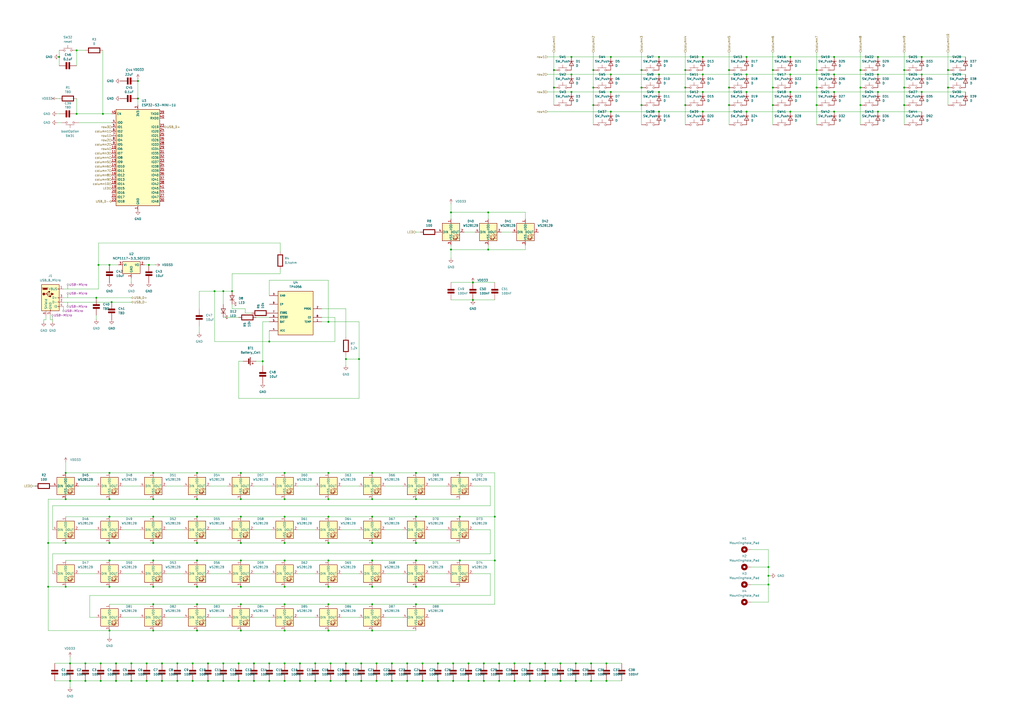
<source format=kicad_sch>
(kicad_sch (version 20231120) (generator "eeschema") (generator_version "8.0")
  (paper "A2")
  (lib_symbols
    (symbol "Connector:USB_B_Micro" (pin_names (offset 1.016))
      (property "Reference" "J" (at -5.08 11.43 0))
      (property "Value" "USB_B_Micro" (at -5.08 8.89 0))
      (symbol "USB_B_Micro_1_1"
        (pin power_out line (at 7.62 5.08 180) (length 2.54) (name "VBUS") (number "1"))
        (pin bidirectional line (at 7.62 -2.54 180) (length 2.54) (name "D-") (number "2"))
        (pin bidirectional line (at 7.62 0 180) (length 2.54) (name "D+") (number "3"))
        (pin passive line (at 7.62 -5.08 180) (length 2.54) (name "ID") (number "4"))
        (pin power_out line (at 0 -10.16 90) (length 2.54) (name "GND") (number "5"))
        (pin passive line (at -2.54 -10.16 90) (length 2.54) (name "Shield") (number "6"))
      )
    )
    (symbol "Device:Battery_Cell" (pin_numbers hide) (pin_names (offset 0) hide)
      (property "Reference" "BT" (at 2.54 2.54 0))
      (property "Value" "Battery_Cell" (at 2.54 0 0))
      (symbol "Battery_Cell_1_1"
        (pin passive line (at 0 5.08 270) (length 2.54) (name "+") (number "1"))
        (pin passive line (at 0 -2.54 90) (length 2.54) (name "-") (number "2"))
      )
    )
    (symbol "Device:D" (pin_numbers hide) (pin_names (offset 1.016) hide)
      (property "Reference" "D" (at 0 2.54 0))
      (property "Value" "D" (at 0 -2.54 0))
      (symbol "D_1_1"
        (pin passive line (at -3.81 0 0) (length 2.54) (name "K") (number "1"))
        (pin passive line (at 3.81 0 180) (length 2.54) (name "A") (number "2"))
      )
    )
    (symbol "Device:LED" (pin_numbers hide) (pin_names (offset 1.016) hide)
      (property "Reference" "D" (at 0 2.54 0))
      (property "Value" "LED" (at 0 -2.54 0))
      (symbol "LED_1_1"
        (pin passive line (at -3.81 0 0) (length 2.54) (name "K") (number "1"))
        (pin passive line (at 3.81 0 180) (length 2.54) (name "A") (number "2"))
      )
    )
    (symbol "LED:WS2812B" (pin_names (offset 0.254))
      (property "Reference" "D" (at 5.08 5.715 0))
      (property "Value" "WS2812B" (at 1.27 -5.715 0))
      (symbol "WS2812B_0_0"
        (text "RGB" (at 2.286 -4.191 0) (effects (font (size 0.762 0.762))))
      )
      (symbol "WS2812B_1_1"
        (pin power_in line (at 0 7.62 270) (length 2.54) (name "VDD") (number "1"))
        (pin output line (at 7.62 0 180) (length 2.54) (name "DOUT") (number "2"))
        (pin power_in line (at 0 -7.62 90) (length 2.54) (name "VSS") (number "3"))
        (pin input line (at -7.62 0 0) (length 2.54) (name "DIN") (number "4"))
      )
    )
    (symbol "Mechanical:MountingHole_Pad" (pin_numbers hide) (pin_names (offset 1.016) hide) (exclude_from_sim yes) (in_bom no)
      (property "Reference" "H" (at 0 6.35 0))
      (property "Value" "MountingHole_Pad" (at 0 4.445 0))
      (symbol "MountingHole_Pad_1_1"
        (pin input line (at 0 -2.54 90) (length 2.54) (name "1") (number "1"))
      )
    )
    (symbol "PCM_Elektuur:C" (pin_numbers hide) (pin_names (offset 0) hide)
      (property "Reference" "C" (at 0.635 3.175 0))
      (property "Value" "C" (at 0.635 -3.175 0))
      (symbol "C_1_1"
        (pin passive line (at 0 5.08 270) (length 3.8862) (name "+") (number "1"))
        (pin passive line (at 0 -5.08 90) (length 3.8862) (name "-") (number "2"))
      )
      (symbol "C_1_2"
        (pin passive line (at 0 5.08 270) (length 3.5814) (name "+") (number "1"))
        (pin passive line (at 0 -5.08 90) (length 3.5814) (name "-") (number "2"))
      )
    )
    (symbol "PCM_Elektuur:R" (pin_numbers hide) (pin_names (offset 0) hide)
      (property "Reference" "R" (at 2.54 3.175 0))
      (property "Value" "R" (at 0 0 90))
      (symbol "R_1_1"
        (pin passive line (at 0 5.08 270) (length 1.651) (name "+") (number "1"))
        (pin passive line (at 0 -5.08 90) (length 1.651) (name "-") (number "2"))
      )
      (symbol "R_1_2"
        (pin passive line (at 0 5.08 270) (length 1.651) (name "+") (number "1"))
        (pin passive line (at 0 -5.08 90) (length 1.651) (name "-") (number "2"))
      )
      (symbol "R_1_3"
        (pin passive line (at 0 5.08 270) (length 1.6002) (name "+") (number "1"))
        (pin passive line (at 0 -5.08 90) (length 1.6002) (name "-") (number "2"))
      )
      (symbol "R_1_4"
        (pin passive line (at 0 5.08 270) (length 0.5334) (name "+") (number "1"))
        (pin passive line (at 0 -5.08 90) (length 0.5334) (name "-") (number "2"))
      )
    )
    (symbol "RF_Module:ESP32-S3-MINI-1U"
      (property "Reference" "U" (at -11.43 29.21 0))
      (property "Value" "ESP32-S3-MINI-1U" (at 12.7 29.21 0))
      (symbol "ESP32-S3-MINI-1U_1_1"
        (pin power_in line (at 0 -30.48 90) (length 2.54) (name "GND") (number "1"))
        (pin bidirectional line (at -15.24 5.08 0) (length 2.54) (name "IO6") (number "10"))
        (pin bidirectional line (at -15.24 2.54 0) (length 2.54) (name "IO7") (number "11"))
        (pin bidirectional line (at -15.24 0 0) (length 2.54) (name "IO8") (number "12"))
        (pin bidirectional line (at -15.24 -2.54 0) (length 2.54) (name "IO9") (number "13"))
        (pin bidirectional line (at -15.24 -5.08 0) (length 2.54) (name "IO10") (number "14"))
        (pin bidirectional line (at -15.24 -7.62 0) (length 2.54) (name "IO11") (number "15"))
        (pin bidirectional line (at -15.24 -10.16 0) (length 2.54) (name "IO12") (number "16"))
        (pin bidirectional line (at -15.24 -12.7 0) (length 2.54) (name "IO13") (number "17"))
        (pin bidirectional line (at -15.24 -15.24 0) (length 2.54) (name "IO14") (number "18"))
        (pin bidirectional line (at -15.24 -17.78 0) (length 2.54) (name "IO15") (number "19"))
        (pin passive line (at 0 -30.48 90) (length 2.54) hide (name "GND") (number "2"))
        (pin bidirectional line (at -15.24 -20.32 0) (length 2.54) (name "IO16") (number "20"))
        (pin bidirectional line (at -15.24 -22.86 0) (length 2.54) (name "IO17") (number "21"))
        (pin bidirectional line (at -15.24 -25.4 0) (length 2.54) (name "IO18") (number "22"))
        (pin bidirectional line (at 15.24 17.78 180) (length 2.54) (name "IO19") (number "23"))
        (pin bidirectional line (at 15.24 15.24 180) (length 2.54) (name "IO20") (number "24"))
        (pin bidirectional line (at 15.24 12.7 180) (length 2.54) (name "IO21") (number "25"))
        (pin bidirectional line (at 15.24 10.16 180) (length 2.54) (name "IO26") (number "26"))
        (pin bidirectional line (at 15.24 -22.86 180) (length 2.54) (name "IO47") (number "27"))
        (pin bidirectional line (at 15.24 7.62 180) (length 2.54) (name "IO33") (number "28"))
        (pin bidirectional line (at 15.24 5.08 180) (length 2.54) (name "IO34") (number "29"))
        (pin power_in line (at 0 30.48 270) (length 2.54) (name "3V3") (number "3"))
        (pin bidirectional line (at 15.24 -25.4 180) (length 2.54) (name "IO48") (number "30"))
        (pin bidirectional line (at 15.24 2.54 180) (length 2.54) (name "IO35") (number "31"))
        (pin bidirectional line (at 15.24 0 180) (length 2.54) (name "IO36") (number "32"))
        (pin bidirectional line (at 15.24 -2.54 180) (length 2.54) (name "IO37") (number "33"))
        (pin bidirectional line (at 15.24 -5.08 180) (length 2.54) (name "IO38") (number "34"))
        (pin bidirectional line (at 15.24 -7.62 180) (length 2.54) (name "IO39") (number "35"))
        (pin bidirectional line (at 15.24 -10.16 180) (length 2.54) (name "IO40") (number "36"))
        (pin bidirectional line (at 15.24 -12.7 180) (length 2.54) (name "IO41") (number "37"))
        (pin bidirectional line (at 15.24 -15.24 180) (length 2.54) (name "IO42") (number "38"))
        (pin bidirectional line (at 15.24 25.4 180) (length 2.54) (name "TXD0") (number "39"))
        (pin bidirectional line (at -15.24 20.32 0) (length 2.54) (name "IO0") (number "4"))
        (pin bidirectional line (at 15.24 22.86 180) (length 2.54) (name "RXD0") (number "40"))
        (pin bidirectional line (at 15.24 -17.78 180) (length 2.54) (name "IO45") (number "41"))
        (pin passive line (at 0 -30.48 90) (length 2.54) hide (name "GND") (number "42"))
        (pin passive line (at 0 -30.48 90) (length 2.54) hide (name "GND") (number "43"))
        (pin bidirectional line (at 15.24 -20.32 180) (length 2.54) (name "IO46") (number "44"))
        (pin input line (at -15.24 25.4 0) (length 2.54) (name "EN") (number "45"))
        (pin passive line (at 0 -30.48 90) (length 2.54) hide (name "GND") (number "46"))
        (pin passive line (at 0 -30.48 90) (length 2.54) hide (name "GND") (number "47"))
        (pin passive line (at 0 -30.48 90) (length 2.54) hide (name "GND") (number "48"))
        (pin passive line (at 0 -30.48 90) (length 2.54) hide (name "GND") (number "49"))
        (pin bidirectional line (at -15.24 17.78 0) (length 2.54) (name "IO1") (number "5"))
        (pin passive line (at 0 -30.48 90) (length 2.54) hide (name "GND") (number "50"))
        (pin passive line (at 0 -30.48 90) (length 2.54) hide (name "GND") (number "51"))
        (pin passive line (at 0 -30.48 90) (length 2.54) hide (name "GND") (number "52"))
        (pin passive line (at 0 -30.48 90) (length 2.54) hide (name "GND") (number "53"))
        (pin passive line (at 0 -30.48 90) (length 2.54) hide (name "GND") (number "54"))
        (pin passive line (at 0 -30.48 90) (length 2.54) hide (name "GND") (number "55"))
        (pin passive line (at 0 -30.48 90) (length 2.54) hide (name "GND") (number "56"))
        (pin passive line (at 0 -30.48 90) (length 2.54) hide (name "GND") (number "57"))
        (pin passive line (at 0 -30.48 90) (length 2.54) hide (name "GND") (number "58"))
        (pin passive line (at 0 -30.48 90) (length 2.54) hide (name "GND") (number "59"))
        (pin bidirectional line (at -15.24 15.24 0) (length 2.54) (name "IO2") (number "6"))
        (pin passive line (at 0 -30.48 90) (length 2.54) hide (name "GND") (number "60"))
        (pin passive line (at 0 -30.48 90) (length 2.54) hide (name "GND") (number "61"))
        (pin passive line (at 0 -30.48 90) (length 2.54) hide (name "GND") (number "62"))
        (pin passive line (at 0 -30.48 90) (length 2.54) hide (name "GND") (number "63"))
        (pin passive line (at 0 -30.48 90) (length 2.54) hide (name "GND") (number "64"))
        (pin passive line (at 0 -30.48 90) (length 2.54) hide (name "GND") (number "65"))
        (pin bidirectional line (at -15.24 12.7 0) (length 2.54) (name "IO3") (number "7"))
        (pin bidirectional line (at -15.24 10.16 0) (length 2.54) (name "IO4") (number "8"))
        (pin bidirectional line (at -15.24 7.62 0) (length 2.54) (name "IO5") (number "9"))
      )
    )
    (symbol "Regulator_Linear:NCP1117-3.3_SOT223"
      (property "Reference" "U" (at -3.81 3.175 0))
      (property "Value" "NCP1117-3.3_SOT223" (at 0 3.175 0))
      (symbol "NCP1117-3.3_SOT223_1_1"
        (pin power_in line (at 0 -7.62 90) (length 2.54) (name "GND") (number "1"))
        (pin power_out line (at 7.62 0 180) (length 2.54) (name "VO") (number "2"))
        (pin power_in line (at -7.62 0 0) (length 2.54) (name "VI") (number "3"))
      )
    )
    (symbol "Switch:SW_Push" (pin_numbers hide) (pin_names (offset 1.016) hide)
      (property "Reference" "SW" (at 1.27 2.54 0))
      (property "Value" "SW_Push" (at 0 -1.524 0))
      (symbol "SW_Push_0_1"
        (pin passive line (at -5.08 0 0) (length 2.54) (name "1") (number "1"))
        (pin passive line (at 5.08 0 180) (length 2.54) (name "2") (number "2"))
      )
    )
    (symbol "TP4056original:TP4056" (pin_names (offset 1.016))
      (property "Reference" "U" (at -10.16 13.208 0))
      (property "Value" "TP4056" (at -10.16 -15.24 0))
      (symbol "TP4056_0_0"
        (pin input line (at -15.24 5.08 0) (length 5.08) (name "TEMP") (number "1"))
        (pin bidirectional line (at -15.24 -2.54 0) (length 5.08) (name "PROG") (number "2"))
        (pin power_in line (at 15.24 -10.16 180) (length 5.08) (name "GND") (number "3"))
        (pin power_in line (at 15.24 10.16 180) (length 5.08) (name "VCC") (number "4"))
        (pin output line (at 15.24 5.08 180) (length 5.08) (name "BAT") (number "5"))
        (pin output line (at 15.24 2.54 180) (length 5.08) (name "~{STDBY}") (number "6"))
        (pin output line (at 15.24 0 180) (length 5.08) (name "~{CHRG}") (number "7"))
        (pin input line (at -15.24 2.54 0) (length 5.08) (name "CE") (number "8"))
        (pin passive line (at 15.24 -5.08 180) (length 5.08) (name "EP") (number "9"))
      )
    )
    (symbol "power:GND" (power) (pin_numbers hide) (pin_names (offset 0) hide)
      (property "Value" "GND" (at 0 -3.81 0))
      (symbol "GND_1_1"
        (pin power_in line (at 0 0 270) (length 0) (name "~") (number "1"))
      )
    )
    (symbol "power:VDD" (power) (pin_numbers hide) (pin_names (offset 0) hide)
      (property "Value" "VDD" (at 0 3.556 0))
      (symbol "VDD_1_1"
        (pin power_in line (at 0 0 90) (length 0) (name "~") (number "1"))
      )
    )
  )
  (junction (at 227.33 384.81))
  (junction (at 382.27 53.34))
  (junction (at 38.1 314.96))
  (junction (at 236.22 384.81))
  (junction (at 58.42 384.81))
  (junction (at 63.5 274.32))
  (junction (at 287.02 299.72))
  (junction (at 102.87 394.97))
  (junction (at 274.32 163.83))
  (junction (at 342.9 384.81))
  (junction (at 165.1 340.36))
  (junction (at 63.5 289.56))
  (junction (at 549.91 50.8))
  (junction (at 190.5 325.12))
  (junction (at 76.2 394.97))
  (junction (at 88.9 365.76))
  (junction (at 382.27 43.18))
  (junction (at 271.78 394.97))
  (junction (at 190.5 314.96))
  (junction (at 261.62 123.19))
  (junction (at 165.1 384.81))
  (junction (at 298.45 394.97))
  (junction (at 114.3 340.36))
  (junction (at 262.89 394.97))
  (junction (at 351.79 384.81))
  (junction (at 433.07 43.18))
  (junction (at 114.3 365.76))
  (junction (at 88.9 289.56))
  (junction (at 102.87 384.81))
  (junction (at 182.88 384.81))
  (junction (at 58.42 394.97))
  (junction (at 57.15 153.67))
  (junction (at 372.11 40.64))
  (junction (at 241.3 325.12))
  (junction (at 38.1 274.32))
  (junction (at 114.3 289.56))
  (junction (at 215.9 350.52))
  (junction (at 139.7 289.56))
  (junction (at 38.1 289.56))
  (junction (at 342.9 394.97))
  (junction (at 86.36 153.67))
  (junction (at 114.3 274.32))
  (junction (at 283.21 123.19))
  (junction (at 283.21 144.78))
  (junction (at 254 384.81))
  (junction (at 241.3 340.36))
  (junction (at 422.91 40.64))
  (junction (at 191.77 394.97))
  (junction (at 499.11 50.8))
  (junction (at 321.31 50.8))
  (junction (at 190.5 289.56))
  (junction (at 114.3 325.12))
  (junction (at 215.9 325.12))
  (junction (at 80.01 57.15))
  (junction (at 190.5 350.52))
  (junction (at 139.7 365.76))
  (junction (at 124.46 168.91))
  (junction (at 67.31 394.97))
  (junction (at 200.66 208.28))
  (junction (at 139.7 314.96))
  (junction (at 445.77 334.01))
  (junction (at 208.28 208.28))
  (junction (at 114.3 350.52))
  (junction (at 165.1 325.12))
  (junction (at 44.45 29.21))
  (junction (at 458.47 53.34))
  (junction (at 88.9 350.52))
  (junction (at 382.27 64.77))
  (junction (at 458.47 43.18))
  (junction (at 372.11 60.96))
  (junction (at 483.87 64.77))
  (junction (at 129.54 384.81))
  (junction (at 344.17 50.8))
  (junction (at 245.11 394.97))
  (junction (at 407.67 33.02))
  (junction (at 316.23 394.97))
  (junction (at 483.87 53.34))
  (junction (at 111.76 394.97))
  (junction (at 509.27 64.77))
  (junction (at 534.67 53.34))
  (junction (at 274.32 173.99))
  (junction (at 209.55 384.81))
  (junction (at 354.33 33.02))
  (junction (at 138.43 384.81))
  (junction (at 473.71 50.8))
  (junction (at 351.79 394.97))
  (junction (at 445.77 339.09))
  (junction (at 458.47 33.02))
  (junction (at 88.9 274.32))
  (junction (at 289.56 394.97))
  (junction (at 354.33 53.34))
  (junction (at 165.1 299.72))
  (junction (at 325.12 384.81))
  (junction (at 200.66 394.97))
  (junction (at 372.11 50.8))
  (junction (at 88.9 314.96))
  (junction (at 227.33 394.97))
  (junction (at 354.33 64.77))
  (junction (at 445.77 328.93))
  (junction (at 88.9 325.12))
  (junction (at 63.5 299.72))
  (junction (at 156.21 394.97))
  (junction (at 49.53 394.97))
  (junction (at 63.5 314.96))
  (junction (at 55.88 172.72))
  (junction (at 88.9 340.36))
  (junction (at 190.5 274.32))
  (junction (at 64.77 175.26))
  (junction (at 458.47 64.77))
  (junction (at 483.87 33.02))
  (junction (at 433.07 53.34))
  (junction (at 156.21 384.81))
  (junction (at 165.1 289.56))
  (junction (at 165.1 394.97))
  (junction (at 407.67 53.34))
  (junction (at 344.17 40.64))
  (junction (at 321.31 40.64))
  (junction (at 27.94 314.96))
  (junction (at 331.47 33.02))
  (junction (at 38.1 340.36))
  (junction (at 241.3 314.96))
  (junction (at 63.5 325.12))
  (junction (at 147.32 384.81))
  (junction (at 241.3 289.56))
  (junction (at 44.45 66.04))
  (junction (at 397.51 60.96))
  (junction (at 165.1 350.52))
  (junction (at 114.3 299.72))
  (junction (at 165.1 314.96))
  (junction (at 152.4 209.55))
  (junction (at 407.67 64.77))
  (junction (at 165.1 365.76))
  (junction (at 316.23 384.81))
  (junction (at 139.7 350.52))
  (junction (at 138.43 394.97))
  (junction (at 40.64 394.97))
  (junction (at 236.22 394.97))
  (junction (at 448.31 40.64))
  (junction (at 499.11 60.96))
  (junction (at 448.31 60.96))
  (junction (at 344.17 60.96))
  (junction (at 85.09 384.81))
  (junction (at 215.9 365.76))
  (junction (at 397.51 50.8))
  (junction (at 120.65 394.97))
  (junction (at 422.91 50.8))
  (junction (at 200.66 384.81))
  (junction (at 549.91 40.64))
  (junction (at 129.54 168.91))
  (junction (at 280.67 394.97))
  (junction (at 63.5 365.76))
  (junction (at 524.51 50.8))
  (junction (at 80.01 46.99))
  (junction (at 433.07 33.02))
  (junction (at 473.71 60.96))
  (junction (at 331.47 43.18))
  (junction (at 241.3 299.72))
  (junction (at 289.56 384.81))
  (junction (at 182.88 394.97))
  (junction (at 63.5 153.67))
  (junction (at 422.91 60.96))
  (junction (at 241.3 350.52))
  (junction (at 173.99 394.97))
  (junction (at 191.77 384.81))
  (junction (at 433.07 64.77))
  (junction (at 215.9 299.72))
  (junction (at 63.5 340.36))
  (junction (at 266.7 325.12))
  (junction (at 129.54 394.97))
  (junction (at 473.71 40.64))
  (junction (at 331.47 53.34))
  (junction (at 218.44 384.81))
  (junction (at 139.7 340.36))
  (junction (at 34.29 33.02))
  (junction (at 111.76 384.81))
  (junction (at 147.32 394.97))
  (junction (at 382.27 33.02))
  (junction (at 134.62 168.91))
  (junction (at 215.9 274.32))
  (junction (at 93.98 384.81))
  (junction (at 93.98 394.97))
  (junction (at 120.65 384.81))
  (junction (at 534.67 43.18))
  (junction (at 156.21 198.12))
  (junction (at 76.2 384.81))
  (junction (at 139.7 299.72))
  (junction (at 241.3 274.32))
  (junction (at 266.7 299.72))
  (junction (at 190.5 340.36))
  (junction (at 40.64 384.81))
  (junction (at 307.34 394.97))
  (junction (at 534.67 33.02))
  (junction (at 280.67 384.81))
  (junction (at 298.45 384.81))
  (junction (at 261.62 144.78))
  (junction (at 509.27 53.34))
  (junction (at 190.5 186.69))
  (junction (at 397.51 40.64))
  (junction (at 139.7 325.12))
  (junction (at 218.44 394.97))
  (junction (at 209.55 394.97))
  (junction (at 483.87 43.18))
  (junction (at 499.11 40.64))
  (junction (at 27.94 340.36))
  (junction (at 271.78 384.81))
  (junction (at 59.69 66.04))
  (junction (at 114.3 314.96))
  (junction (at 254 394.97))
  (junction (at 85.09 394.97))
  (junction (at 190.5 299.72))
  (junction (at 334.01 394.97))
  (junction (at 245.11 384.81))
  (junction (at 266.7 274.32))
  (junction (at 88.9 299.72))
  (junction (at 307.34 384.81))
  (junction (at 67.31 384.81))
  (junction (at 524.51 40.64))
  (junction (at 448.31 50.8))
  (junction (at 49.53 384.81))
  (junction (at 262.89 384.81))
  (junction (at 165.1 274.32))
  (junction (at 215.9 314.96))
  (junction (at 215.9 340.36))
  (junction (at 173.99 384.81))
  (junction (at 334.01 384.81))
  (junction (at 287.02 325.12))
  (junction (at 215.9 289.56))
  (junction (at 139.7 274.32))
  (junction (at 407.67 43.18))
  (junction (at 190.5 365.76))
  (junction (at 509.27 33.02))
  (junction (at 509.27 43.18))
  (junction (at 524.51 60.96))
  (junction (at 354.33 43.18))
  (junction (at 325.12 394.97))
  (wire (pts (xy 307.34 384.81) (xy 316.23 384.81)))
  (wire (pts (xy 262.89 394.97) (xy 271.78 394.97)))
  (wire (pts (xy 165.1 299.72) (xy 139.7 299.72)))
  (wire (pts (xy 138.43 209.55) (xy 140.97 209.55)))
  (wire (pts (xy 191.77 384.81) (xy 200.66 384.81)))
  (wire (pts (xy 248.92 332.74) (xy 259.08 332.74)))
  (wire (pts (xy 134.62 158.75) (xy 162.56 158.75)))
  (wire (pts (xy 190.5 365.76) (xy 215.9 365.76)))
  (wire (pts (xy 248.92 281.94) (xy 259.08 281.94)))
  (wire (pts (xy 134.62 179.07) (xy 134.62 176.53)))
  (wire (pts (xy 85.09 394.97) (xy 93.98 394.97)))
  (wire (pts (xy 344.17 60.96) (xy 344.17 72.39)))
  (wire (pts (xy 114.3 365.76) (xy 139.7 365.76)))
  (wire (pts (xy 458.47 53.34) (xy 483.87 53.34)))
  (wire (pts (xy 40.64 394.97) (xy 40.64 398.78)))
  (wire (pts (xy 38.1 289.56) (xy 63.5 289.56)))
  (wire (pts (xy 351.79 384.81) (xy 360.68 384.81)))
  (wire (pts (xy 261.62 123.19) (xy 261.62 127)))
  (wire (pts (xy 372.11 50.8) (xy 372.11 60.96)))
  (wire (pts (xy 44.45 57.15) (xy 44.45 66.04)))
  (wire (pts (xy 83.82 153.67) (xy 86.36 153.67)))
  (wire (pts (xy 509.27 43.18) (xy 534.67 43.18)))
  (wire (pts (xy 148.59 184.15) (xy 156.21 184.15)))
  (wire (pts (xy 96.52 307.34) (xy 106.68 307.34)))
  (wire (pts (xy 422.91 60.96) (xy 422.91 72.39)))
  (wire (pts (xy 372.11 30.48) (xy 372.11 40.64)))
  (wire (pts (xy 331.47 43.18) (xy 317.5 43.18)))
  (wire (pts (xy 172.72 307.34) (xy 182.88 307.34)))
  (wire (pts (xy 382.27 33.02) (xy 407.67 33.02)))
  (wire (pts (xy 245.11 394.97) (xy 254 394.97)))
  (wire (pts (xy 76.2 163.83) (xy 76.2 161.29)))
  (wire (pts (xy 458.47 64.77) (xy 483.87 64.77)))
  (wire (pts (xy 271.78 394.97) (xy 280.67 394.97)))
  (wire (pts (xy 223.52 281.94) (xy 233.68 281.94)))
  (wire (pts (xy 124.46 198.12) (xy 124.46 168.91)))
  (wire (pts (xy 254 394.97) (xy 262.89 394.97)))
  (wire (pts (xy 148.59 209.55) (xy 152.4 209.55)))
  (wire (pts (xy 182.88 384.81) (xy 191.77 384.81)))
  (wire (pts (xy 147.32 384.81) (xy 156.21 384.81)))
  (wire (pts (xy 63.5 369.57) (xy 63.5 365.76)))
  (wire (pts (xy 194.31 184.15) (xy 194.31 198.12)))
  (wire (pts (xy 287.02 274.32) (xy 287.02 299.72)))
  (wire (pts (xy 524.51 30.48) (xy 524.51 40.64)))
  (wire (pts (xy 64.77 175.26) (xy 76.2 175.26)))
  (wire (pts (xy 473.71 40.64) (xy 473.71 50.8)))
  (wire (pts (xy 262.89 384.81) (xy 271.78 384.81)))
  (wire (pts (xy 266.7 274.32) (xy 287.02 274.32)))
  (wire (pts (xy 172.72 358.14) (xy 182.88 358.14)))
  (wire (pts (xy 261.62 149.86) (xy 261.62 144.78)))
  (wire (pts (xy 64.77 175.26) (xy 36.83 175.26)))
  (wire (pts (xy 445.77 318.77) (xy 445.77 328.93)))
  (wire (pts (xy 433.07 64.77) (xy 458.47 64.77)))
  (wire (pts (xy 96.52 358.14) (xy 106.68 358.14)))
  (wire (pts (xy 435.61 349.25) (xy 445.77 349.25)))
  (wire (pts (xy 534.67 43.18) (xy 560.07 43.18)))
  (wire (pts (xy 200.66 205.74) (xy 200.66 208.28)))
  (wire (pts (xy 509.27 53.34) (xy 534.67 53.34)))
  (wire (pts (xy 287.02 325.12) (xy 287.02 350.52)))
  (wire (pts (xy 34.29 33.02) (xy 34.29 38.1)))
  (wire (pts (xy 57.15 140.97) (xy 162.56 140.97)))
  (wire (pts (xy 190.5 186.69) (xy 190.5 162.56)))
  (wire (pts (xy 218.44 394.97) (xy 227.33 394.97)))
  (wire (pts (xy 147.32 358.14) (xy 157.48 358.14)))
  (wire (pts (xy 45.72 332.74) (xy 55.88 332.74)))
  (wire (pts (xy 321.31 50.8) (xy 321.31 60.96)))
  (wire (pts (xy 241.3 299.72) (xy 215.9 299.72)))
  (wire (pts (xy 190.5 162.56) (xy 156.21 162.56)))
  (wire (pts (xy 445.77 334.01) (xy 447.04 334.01)))
  (wire (pts (xy 524.51 50.8) (xy 524.51 60.96)))
  (wire (pts (xy 152.4 212.09) (xy 152.4 209.55)))
  (wire (pts (xy 325.12 384.81) (xy 334.01 384.81)))
  (wire (pts (xy 71.12 307.34) (xy 81.28 307.34)))
  (wire (pts (xy 354.33 53.34) (xy 382.27 53.34)))
  (wire (pts (xy 121.92 281.94) (xy 132.08 281.94)))
  (wire (pts (xy 80.01 57.15) (xy 80.01 60.96)))
  (wire (pts (xy 129.54 168.91) (xy 129.54 176.53)))
  (wire (pts (xy 38.1 314.96) (xy 63.5 314.96)))
  (wire (pts (xy 289.56 384.81) (xy 298.45 384.81)))
  (wire (pts (xy 156.21 162.56) (xy 156.21 171.45)))
  (wire (pts (xy 52.07 345.44) (xy 284.48 345.44)))
  (wire (pts (xy 121.92 332.74) (xy 132.08 332.74)))
  (wire (pts (xy 115.57 168.91) (xy 115.57 179.07)))
  (wire (pts (xy 191.77 394.97) (xy 200.66 394.97)))
  (wire (pts (xy 33.02 71.12) (xy 35.56 71.12)))
  (wire (pts (xy 156.21 394.97) (xy 165.1 394.97)))
  (wire (pts (xy 344.17 50.8) (xy 344.17 60.96)))
  (wire (pts (xy 190.5 350.52) (xy 165.1 350.52)))
  (wire (pts (xy 55.88 358.14) (xy 52.07 358.14)))
  (wire (pts (xy 63.5 274.32) (xy 88.9 274.32)))
  (wire (pts (xy 44.45 66.04) (xy 59.69 66.04)))
  (wire (pts (xy 139.7 325.12) (xy 165.1 325.12)))
  (wire (pts (xy 186.69 179.07) (xy 200.66 179.07)))
  (wire (pts (xy 38.1 274.32) (xy 63.5 274.32)))
  (wire (pts (xy 186.69 184.15) (xy 194.31 184.15)))
  (wire (pts (xy 165.1 384.81) (xy 173.99 384.81)))
  (wire (pts (xy 40.64 394.97) (xy 49.53 394.97)))
  (wire (pts (xy 44.45 29.21) (xy 44.45 38.1)))
  (wire (pts (xy 271.78 384.81) (xy 280.67 384.81)))
  (wire (pts (xy 129.54 168.91) (xy 134.62 168.91)))
  (wire (pts (xy 198.12 281.94) (xy 208.28 281.94)))
  (wire (pts (xy 152.4 209.55) (xy 152.4 186.69)))
  (wire (pts (xy 448.31 40.64) (xy 448.31 50.8)))
  (wire (pts (xy 30.48 321.31) (xy 284.48 321.31)))
  (wire (pts (xy 397.51 50.8) (xy 397.51 60.96)))
  (wire (pts (xy 433.07 43.18) (xy 458.47 43.18)))
  (wire (pts (xy 316.23 384.81) (xy 325.12 384.81)))
  (wire (pts (xy 397.51 40.64) (xy 397.51 50.8)))
  (wire (pts (xy 30.48 293.37) (xy 30.48 307.34)))
  (wire (pts (xy 215.9 325.12) (xy 241.3 325.12)))
  (wire (pts (xy 236.22 394.97) (xy 245.11 394.97)))
  (wire (pts (xy 283.21 123.19) (xy 283.21 127)))
  (wire (pts (xy 223.52 332.74) (xy 233.68 332.74)))
  (wire (pts (xy 304.8 144.78) (xy 283.21 144.78)))
  (wire (pts (xy 261.62 163.83) (xy 274.32 163.83)))
  (wire (pts (xy 483.87 33.02) (xy 509.27 33.02)))
  (wire (pts (xy 287.02 350.52) (xy 241.3 350.52)))
  (wire (pts (xy 382.27 43.18) (xy 407.67 43.18)))
  (wire (pts (xy 298.45 394.97) (xy 307.34 394.97)))
  (wire (pts (xy 473.71 60.96) (xy 473.71 72.39)))
  (wire (pts (xy 139.7 350.52) (xy 114.3 350.52)))
  (wire (pts (xy 435.61 339.09) (xy 445.77 339.09)))
  (wire (pts (xy 138.43 231.14) (xy 208.28 231.14)))
  (wire (pts (xy 31.75 394.97) (xy 40.64 394.97)))
  (wire (pts (xy 445.77 334.01) (xy 445.77 339.09)))
  (wire (pts (xy 114.3 340.36) (xy 139.7 340.36)))
  (wire (pts (xy 142.24 181.61) (xy 146.05 181.61)))
  (wire (pts (xy 139.7 340.36) (xy 165.1 340.36)))
  (wire (pts (xy 208.28 208.28) (xy 208.28 231.14)))
  (wire (pts (xy 102.87 384.81) (xy 111.76 384.81)))
  (wire (pts (xy 382.27 64.77) (xy 407.67 64.77)))
  (wire (pts (xy 245.11 384.81) (xy 254 384.81)))
  (wire (pts (xy 407.67 64.77) (xy 433.07 64.77)))
  (wire (pts (xy 49.53 384.81) (xy 58.42 384.81)))
  (wire (pts (xy 266.7 325.12) (xy 287.02 325.12)))
  (wire (pts (xy 236.22 384.81) (xy 245.11 384.81)))
  (wire (pts (xy 209.55 394.97) (xy 218.44 394.97)))
  (wire (pts (xy 80.01 46.99) (xy 80.01 57.15)))
  (wire (pts (xy 289.56 394.97) (xy 298.45 394.97)))
  (wire (pts (xy 67.31 394.97) (xy 76.2 394.97)))
  (wire (pts (xy 534.67 53.34) (xy 560.07 53.34)))
  (wire (pts (xy 139.7 365.76) (xy 165.1 365.76)))
  (wire (pts (xy 261.62 118.11) (xy 261.62 123.19)))
  (wire (pts (xy 25.4 186.69) (xy 25.4 185.42)))
  (wire (pts (xy 448.31 50.8) (xy 448.31 60.96)))
  (wire (pts (xy 29.21 185.42) (xy 29.21 182.88)))
  (wire (pts (xy 274.32 281.94) (xy 284.48 281.94)))
  (wire (pts (xy 499.11 50.8) (xy 499.11 60.96)))
  (wire (pts (xy 25.4 185.42) (xy 26.67 185.42)))
  (wire (pts (xy 38.1 289.56) (xy 27.94 289.56)))
  (wire (pts (xy 67.31 384.81) (xy 76.2 384.81)))
  (wire (pts (xy 165.1 365.76) (xy 190.5 365.76)))
  (wire (pts (xy 241.3 134.62) (xy 243.84 134.62)))
  (wire (pts (xy 274.32 332.74) (xy 284.48 332.74)))
  (wire (pts (xy 261.62 144.78) (xy 261.62 142.24)))
  (wire (pts (xy 40.64 381) (xy 40.64 384.81)))
  (wire (pts (xy 275.59 134.62) (xy 269.24 134.62)))
  (wire (pts (xy 274.32 307.34) (xy 284.48 307.34)))
  (wire (pts (xy 448.31 30.48) (xy 448.31 40.64)))
  (wire (pts (xy 445.77 339.09) (xy 445.77 349.25)))
  (wire (pts (xy 121.92 307.34) (xy 132.08 307.34)))
  (wire (pts (xy 147.32 307.34) (xy 157.48 307.34)))
  (wire (pts (xy 182.88 394.97) (xy 191.77 394.97)))
  (wire (pts (xy 351.79 394.97) (xy 360.68 394.97)))
  (wire (pts (xy 215.9 350.52) (xy 190.5 350.52)))
  (wire (pts (xy 165.1 340.36) (xy 190.5 340.36)))
  (wire (pts (xy 549.91 30.48) (xy 549.91 40.64)))
  (wire (pts (xy 142.24 179.07) (xy 142.24 181.61)))
  (wire (pts (xy 287.02 325.12) (xy 287.02 299.72)))
  (wire (pts (xy 96.52 281.94) (xy 106.68 281.94)))
  (wire (pts (xy 284.48 281.94) (xy 284.48 293.37)))
  (wire (pts (xy 114.3 350.52) (xy 88.9 350.52)))
  (wire (pts (xy 44.45 29.21) (xy 49.53 29.21)))
  (wire (pts (xy 200.66 179.07) (xy 200.66 195.58)))
  (wire (pts (xy 331.47 53.34) (xy 354.33 53.34)))
  (wire (pts (xy 298.45 384.81) (xy 307.34 384.81)))
  (wire (pts (xy 63.5 340.36) (xy 88.9 340.36)))
  (wire (pts (xy 19.05 281.94) (xy 20.32 281.94)))
  (wire (pts (xy 63.5 153.67) (xy 57.15 153.67)))
  (wire (pts (xy 354.33 43.18) (xy 382.27 43.18)))
  (wire (pts (xy 88.9 365.76) (xy 114.3 365.76)))
  (wire (pts (xy 38.1 267.97) (xy 38.1 274.32)))
  (wire (pts (xy 499.11 60.96) (xy 499.11 72.39)))
  (wire (pts (xy 321.31 40.64) (xy 321.31 50.8)))
  (wire (pts (xy 458.47 43.18) (xy 483.87 43.18)))
  (wire (pts (xy 209.55 384.81) (xy 218.44 384.81)))
  (wire (pts (xy 165.1 274.32) (xy 190.5 274.32)))
  (wire (pts (xy 86.36 153.67) (xy 90.17 153.67)))
  (wire (pts (xy 38.1 340.36) (xy 63.5 340.36)))
  (wire (pts (xy 115.57 189.23) (xy 115.57 193.04)))
  (wire (pts (xy 397.51 60.96) (xy 397.51 72.39)))
  (wire (pts (xy 297.18 134.62) (xy 290.83 134.62)))
  (wire (pts (xy 68.58 153.67) (xy 63.5 153.67)))
  (wire (pts (xy 186.69 186.69) (xy 190.5 186.69)))
  (wire (pts (xy 114.3 299.72) (xy 88.9 299.72)))
  (wire (pts (xy 190.5 314.96) (xy 215.9 314.96)))
  (wire (pts (xy 27.94 314.96) (xy 38.1 314.96)))
  (wire (pts (xy 76.2 384.81) (xy 85.09 384.81)))
  (wire (pts (xy 354.33 64.77) (xy 317.5 64.77)))
  (wire (pts (xy 354.33 64.77) (xy 382.27 64.77)))
  (wire (pts (xy 473.71 30.48) (xy 473.71 40.64)))
  (wire (pts (xy 88.9 274.32) (xy 114.3 274.32)))
  (wire (pts (xy 27.94 340.36) (xy 38.1 340.36)))
  (wire (pts (xy 254 384.81) (xy 262.89 384.81)))
  (wire (pts (xy 88.9 299.72) (xy 63.5 299.72)))
  (wire (pts (xy 227.33 394.97) (xy 236.22 394.97)))
  (wire (pts (xy 88.9 350.52) (xy 63.5 350.52)))
  (wire (pts (xy 30.48 185.42) (xy 29.21 185.42)))
  (wire (pts (xy 120.65 384.81) (xy 129.54 384.81)))
  (wire (pts (xy 172.72 332.74) (xy 182.88 332.74)))
  (wire (pts (xy 241.3 340.36) (xy 266.7 340.36)))
  (wire (pts (xy 304.8 127) (xy 304.8 123.19)))
  (wire (pts (xy 483.87 43.18) (xy 509.27 43.18)))
  (wire (pts (xy 304.8 142.24) (xy 304.8 144.78)))
  (wire (pts (xy 58.42 384.81) (xy 67.31 384.81)))
  (wire (pts (xy 59.69 66.04) (xy 64.77 66.04)))
  (wire (pts (xy 261.62 173.99) (xy 274.32 173.99)))
  (wire (pts (xy 59.69 29.21) (xy 59.69 66.04)))
  (wire (pts (xy 407.67 33.02) (xy 433.07 33.02)))
  (wire (pts (xy 198.12 332.74) (xy 208.28 332.74)))
  (wire (pts (xy 172.72 281.94) (xy 182.88 281.94)))
  (wire (pts (xy 162.56 158.75) (xy 162.56 156.21)))
  (wire (pts (xy 190.5 325.12) (xy 215.9 325.12)))
  (wire (pts (xy 45.72 71.12) (xy 64.77 71.12)))
  (wire (pts (xy 274.32 173.99) (xy 287.02 173.99)))
  (wire (pts (xy 331.47 53.34) (xy 317.5 53.34)))
  (wire (pts (xy 38.1 325.12) (xy 63.5 325.12)))
  (wire (pts (xy 57.15 153.67) (xy 57.15 167.64)))
  (wire (pts (xy 147.32 281.94) (xy 157.48 281.94)))
  (wire (pts (xy 96.52 332.74) (xy 106.68 332.74)))
  (wire (pts (xy 422.91 30.48) (xy 422.91 40.64)))
  (wire (pts (xy 134.62 168.91) (xy 134.62 158.75)))
  (wire (pts (xy 524.51 40.64) (xy 524.51 50.8)))
  (wire (pts (xy 241.3 325.12) (xy 266.7 325.12)))
  (wire (pts (xy 397.51 30.48) (xy 397.51 40.64)))
  (wire (pts (xy 190.5 274.32) (xy 215.9 274.32)))
  (wire (pts (xy 31.75 384.81) (xy 40.64 384.81)))
  (wire (pts (xy 102.87 394.97) (xy 111.76 394.97)))
  (wire (pts (xy 407.67 43.18) (xy 433.07 43.18)))
  (wire (pts (xy 407.67 53.34) (xy 433.07 53.34)))
  (wire (pts (xy 422.91 40.64) (xy 422.91 50.8)))
  (wire (pts (xy 334.01 384.81) (xy 342.9 384.81)))
  (wire (pts (xy 283.21 144.78) (xy 261.62 144.78)))
  (wire (pts (xy 114.3 325.12) (xy 139.7 325.12)))
  (wire (pts (xy 114.3 274.32) (xy 139.7 274.32)))
  (wire (pts (xy 156.21 191.77) (xy 156.21 198.12)))
  (wire (pts (xy 55.88 185.42) (xy 55.88 182.88)))
  (wire (pts (xy 483.87 64.77) (xy 509.27 64.77)))
  (wire (pts (xy 509.27 64.77) (xy 534.67 64.77)))
  (wire (pts (xy 52.07 358.14) (xy 52.07 345.44)))
  (wire (pts (xy 200.66 394.97) (xy 209.55 394.97)))
  (wire (pts (xy 129.54 394.97) (xy 138.43 394.97)))
  (wire (pts (xy 129.54 184.15) (xy 138.43 184.15)))
  (wire (pts (xy 45.72 307.34) (xy 55.88 307.34)))
  (wire (pts (xy 241.3 350.52) (xy 215.9 350.52)))
  (wire (pts (xy 138.43 384.81) (xy 147.32 384.81)))
  (wire (pts (xy 218.44 384.81) (xy 227.33 384.81)))
  (wire (pts (xy 198.12 358.14) (xy 208.28 358.14)))
  (wire (pts (xy 165.1 350.52) (xy 139.7 350.52)))
  (wire (pts (xy 284.48 321.31) (xy 284.48 307.34)))
  (wire (pts (xy 334.01 394.97) (xy 342.9 394.97)))
  (wire (pts (xy 34.29 29.21) (xy 34.29 33.02)))
  (wire (pts (xy 124.46 168.91) (xy 115.57 168.91)))
  (wire (pts (xy 382.27 53.34) (xy 407.67 53.34)))
  (wire (pts (xy 342.9 394.97) (xy 351.79 394.97)))
  (wire (pts (xy 111.76 394.97) (xy 120.65 394.97)))
  (wire (pts (xy 165.1 394.97) (xy 173.99 394.97)))
  (wire (pts (xy 280.67 394.97) (xy 289.56 394.97)))
  (wire (pts (xy 304.8 123.19) (xy 283.21 123.19)))
  (wire (pts (xy 165.1 325.12) (xy 190.5 325.12)))
  (wire (pts (xy 57.15 140.97) (xy 57.15 153.67)))
  (wire (pts (xy 88.9 325.12) (xy 114.3 325.12)))
  (wire (pts (xy 524.51 60.96) (xy 524.51 72.39)))
  (wire (pts (xy 433.07 53.34) (xy 458.47 53.34)))
  (wire (pts (xy 483.87 53.34) (xy 509.27 53.34)))
  (wire (pts (xy 156.21 384.81) (xy 165.1 384.81)))
  (wire (pts (xy 27.94 289.56) (xy 27.94 314.96)))
  (wire (pts (xy 124.46 168.91) (xy 129.54 168.91)))
  (wire (pts (xy 509.27 33.02) (xy 534.67 33.02)))
  (wire (pts (xy 147.32 332.74) (xy 157.48 332.74)))
  (wire (pts (xy 93.98 394.97) (xy 102.87 394.97)))
  (wire (pts (xy 55.88 172.72) (xy 76.2 172.72)))
  (wire (pts (xy 71.12 281.94) (xy 81.28 281.94)))
  (wire (pts (xy 194.31 198.12) (xy 156.21 198.12)))
  (wire (pts (xy 372.11 40.64) (xy 372.11 50.8)))
  (wire (pts (xy 165.1 289.56) (xy 190.5 289.56)))
  (wire (pts (xy 227.33 384.81) (xy 236.22 384.81)))
  (wire (pts (xy 208.28 186.69) (xy 208.28 208.28)))
  (wire (pts (xy 223.52 307.34) (xy 233.68 307.34)))
  (wire (pts (xy 499.11 40.64) (xy 499.11 50.8)))
  (wire (pts (xy 33.02 57.15) (xy 34.29 57.15)))
  (wire (pts (xy 58.42 394.97) (xy 67.31 394.97)))
  (wire (pts (xy 200.66 212.09) (xy 200.66 208.28)))
  (wire (pts (xy 283.21 123.19) (xy 261.62 123.19)))
  (wire (pts (xy 354.33 33.02) (xy 382.27 33.02)))
  (wire (pts (xy 40.64 384.81) (xy 49.53 384.81)))
  (wire (pts (xy 30.48 321.31) (xy 30.48 332.74)))
  (wire (pts (xy 138.43 394.97) (xy 147.32 394.97)))
  (wire (pts (xy 27.94 314.96) (xy 27.94 340.36)))
  (wire (pts (xy 45.72 281.94) (xy 55.88 281.94)))
  (wire (pts (xy 435.61 328.93) (xy 445.77 328.93)))
  (wire (pts (xy 173.99 384.81) (xy 182.88 384.81)))
  (wire (pts (xy 152.4 186.69) (xy 156.21 186.69)))
  (wire (pts (xy 215.9 289.56) (xy 241.3 289.56)))
  (wire (pts (xy 71.12 358.14) (xy 81.28 358.14)))
  (wire (pts (xy 241.3 314.96) (xy 266.7 314.96)))
  (wire (pts (xy 63.5 299.72) (xy 38.1 299.72)))
  (wire (pts (xy 173.99 394.97) (xy 182.88 394.97)))
  (wire (pts (xy 283.21 142.24) (xy 283.21 144.78)))
  (wire (pts (xy 331.47 33.02) (xy 354.33 33.02)))
  (wire (pts (xy 215.9 365.76) (xy 241.3 365.76)))
  (wire (pts (xy 433.07 33.02) (xy 458.47 33.02)))
  (wire (pts (xy 448.31 60.96) (xy 448.31 72.39)))
  (wire (pts (xy 134.62 179.07) (xy 142.24 179.07)))
  (wire (pts (xy 215.9 274.32) (xy 241.3 274.32)))
  (wire (pts (xy 499.11 30.48) (xy 499.11 40.64)))
  (wire (pts (xy 190.5 186.69) (xy 208.28 186.69)))
  (wire (pts (xy 63.5 325.12) (xy 88.9 325.12)))
  (wire (pts (xy 266.7 299.72) (xy 287.02 299.72)))
  (wire (pts (xy 139.7 299.72) (xy 114.3 299.72)))
  (wire (pts (xy 549.91 50.8) (xy 549.91 60.96)))
  (wire (pts (xy 139.7 274.32) (xy 165.1 274.32)))
  (wire (pts (xy 215.9 299.72) (xy 190.5 299.72)))
  (wire (pts (xy 114.3 314.96) (xy 139.7 314.96)))
  (wire (pts (xy 372.11 60.96) (xy 372.11 72.39)))
  (wire (pts (xy 317.5 33.02) (xy 331.47 33.02)))
  (wire (pts (xy 342.9 384.81) (xy 351.79 384.81)))
  (wire (pts (xy 190.5 340.36) (xy 215.9 340.36)))
  (wire (pts (xy 165.1 314.96) (xy 190.5 314.96)))
  (wire (pts (xy 215.9 340.36) (xy 241.3 340.36)))
  (wire (pts (xy 27.94 365.76) (xy 63.5 365.76)))
  (wire (pts (xy 284.48 345.44) (xy 284.48 332.74)))
  (wire (pts (xy 331.47 43.18) (xy 354.33 43.18)))
  (wire (pts (xy 63.5 289.56) (xy 88.9 289.56)))
  (wire (pts (xy 325.12 394.97) (xy 334.01 394.97)))
  (wire (pts (xy 316.23 394.97) (xy 325.12 394.97)))
  (wire (pts (xy 33.02 66.04) (xy 34.29 66.04)))
  (wire (pts (xy 156.21 198.12) (xy 124.46 198.12)))
  (wire (pts (xy 63.5 365.76) (xy 88.9 365.76)))
  (wire (pts (xy 27.94 340.36) (xy 27.94 365.76)))
  (wire (pts (xy 248.92 307.34) (xy 259.08 307.34)))
  (wire (pts (xy 534.67 33.02) (xy 560.07 33.02)))
  (wire (pts (xy 241.3 274.32) (xy 266.7 274.32)))
  (wire (pts (xy 190.5 289.56) (xy 215.9 289.56)))
  (wire (pts (xy 280.67 384.81) (xy 289.56 384.81)))
  (wire (pts (xy 121.92 358.14) (xy 132.08 358.14)))
  (wire (pts (xy 473.71 50.8) (xy 473.71 60.96)))
  (wire (pts (xy 63.5 314.96) (xy 88.9 314.96)))
  (wire (pts (xy 198.12 307.34) (xy 208.28 307.34)))
  (wire (pts (xy 284.48 293.37) (xy 30.48 293.37)))
  (wire (pts (xy 321.31 30.48) (xy 321.31 40.64)))
  (wire (pts (xy 458.47 33.02) (xy 483.87 33.02)))
  (wire (pts (xy 80.01 45.72) (xy 80.01 46.99)))
  (wire (pts (xy 129.54 384.81) (xy 138.43 384.81)))
  (wire (pts (xy 549.91 40.64) (xy 549.91 50.8)))
  (wire (pts (xy 36.83 172.72) (xy 55.88 172.72)))
  (wire (pts (xy 215.9 314.96) (xy 241.3 314.96)))
  (wire (pts (xy 344.17 30.48) (xy 344.17 40.64)))
  (wire (pts (xy 307.34 394.97) (xy 316.23 394.97)))
  (wire (pts (xy 139.7 289.56) (xy 165.1 289.56)))
  (wire (pts (xy 76.2 394.97) (xy 85.09 394.97)))
  (wire (pts (xy 114.3 289.56) (xy 139.7 289.56)))
  (wire (pts (xy 71.12 332.74) (xy 81.28 332.74)))
  (wire (pts (xy 85.09 384.81) (xy 93.98 384.81)))
  (wire (pts (xy 111.76 384.81) (xy 120.65 384.81)))
  (wire (pts (xy 223.52 358.14) (xy 233.68 358.14)))
  (wire (pts (xy 93.98 384.81) (xy 102.87 384.81)))
  (wire (pts (xy 139.7 314.96) (xy 165.1 314.96)))
  (wire (pts (xy 435.61 318.77) (xy 445.77 318.77)))
  (wire (pts (xy 422.91 50.8) (xy 422.91 60.96)))
  (wire (pts (xy 57.15 167.64) (xy 36.83 167.64)))
  (wire (pts (xy 88.9 340.36) (xy 114.3 340.36)))
  (wire (pts (xy 147.32 394.97) (xy 156.21 394.97)))
  (wire (pts (xy 88.9 314.96) (xy 114.3 314.96)))
  (wire (pts (xy 162.56 140.97) (xy 162.56 146.05)))
  (wire (pts (xy 266.7 299.72) (xy 241.3 299.72)))
  (wire (pts (xy 26.67 185.42) (xy 26.67 182.88)))
  (wire (pts (xy 274.32 163.83) (xy 287.02 163.83)))
  (wire (pts (xy 208.28 208.28) (xy 200.66 208.28)))
  (wire (pts (xy 200.66 384.81) (xy 209.55 384.81)))
  (wire (pts (xy 88.9 289.56) (xy 114.3 289.56)))
  (wire (pts (xy 30.48 186.69) (xy 30.48 185.42)))
  (wire (pts (xy 190.5 299.72) (xy 165.1 299.72)))
  (wire (pts (xy 344.17 40.64) (xy 344.17 50.8)))
  (wire (pts (xy 138.43 209.55) (xy 138.43 231.14)))
  (wire (pts (xy 445.77 328.93) (xy 445.77 334.01)))
  (wire (pts (xy 241.3 289.56) (xy 266.7 289.56)))
  (wire (pts (xy 49.53 394.97) (xy 58.42 394.97)))
  (wire (pts (xy 120.65 394.97) (xy 129.54 394.97)))
  (hierarchical_label "row1" (shape input) (at 64.77 78.74 180))
  (hierarchical_label "LED" (shape input) (at 241.3 134.62 180))
  (hierarchical_label "column2" (shape input) (at 344.17 30.48 90))
  (hierarchical_label "column6" (shape input) (at 64.77 96.52 180))
  (hierarchical_label "LED" (shape input) (at 19.05 281.94 180))
  (hierarchical_label "row1" (shape input) (at 317.5 33.02 180))
  (hierarchical_label "column1" (shape input) (at 321.31 30.48 90))
  (hierarchical_label "column10" (shape input) (at 549.91 30.48 90))
  (hierarchical_label "column8" (shape input) (at 499.11 30.48 90))
  (hierarchical_label "column5" (shape input) (at 422.91 30.48 90))
  (hierarchical_label "row4" (shape input) (at 317.5 64.77 180))
  (hierarchical_label "column3" (shape input) (at 372.11 30.48 90))
  (hierarchical_label "row4" (shape input) (at 64.77 86.36 180))
  (hierarchical_label "column8" (shape input) (at 64.77 101.6 180))
  (hierarchical_label "column9" (shape input) (at 524.51 30.48 90))
  (hierarchical_label "USB_D-" (shape bidirectional) (at 64.77 116.84 180))
  (hierarchical_label "row2" (shape input) (at 317.5 43.18 180))
  (hierarchical_label "LED" (shape input) (at 64.77 109.22 180))
  (hierarchical_label "column3" (shape input) (at 64.77 88.9 180))
  (hierarchical_label "column1" (shape input) (at 64.77 76.2 180))
  (hierarchical_label "column2" (shape input) (at 64.77 83.82 180))
  (hierarchical_label "row3" (shape input) (at 317.5 53.34 180))
  (hierarchical_label "column9" (shape input) (at 64.77 104.14 180))
  (hierarchical_label "column7" (shape input) (at 473.71 30.48 90))
  (hierarchical_label "USB_D-" (shape bidirectional) (at 76.2 175.26 0))
  (hierarchical_label "USB_D+" (shape bidirectional) (at 76.2 172.72 0))
  (hierarchical_label "column10" (shape input) (at 64.77 106.68 180))
  (hierarchical_label "column5" (shape input) (at 64.77 93.98 180))
  (hierarchical_label "column6" (shape input) (at 448.31 30.48 90))
  (hierarchical_label "USB_D+" (shape bidirectional) (at 95.25 73.66 0))
  (hierarchical_label "column4" (shape input) (at 64.77 91.44 180))
  (hierarchical_label "column4" (shape input) (at 397.51 30.48 90))
  (hierarchical_label "row3" (shape input) (at 64.77 73.66 180))
  (hierarchical_label "row2" (shape input) (at 64.77 81.28 180))
  (hierarchical_label "column7" (shape input) (at 64.77 99.06 180))
  (netclass_flag "" (length 2.54) (shape round) (at 39.37 172.72 0) (property "Netclass" "USB-Micro" (at 40.0685 170.18 0) (effects (font (italic yes)) (justify left))))
  (netclass_flag "" (length 2.54) (shape round) (at 36.83 177.8 180) (property "Netclass" "USB-Micro" (at 37.5285 180.34 0) (effects (font (italic yes)) (justify left))))
  (netclass_flag "" (length 2.54) (shape round) (at 39.2631 175.26 180) (property "Netclass" "USB-Micro" (at 39.9616 177.8 0) (effects (font (italic yes)) (justify left))))
  (netclass_flag "" (length 2.54) (shape round) (at 30.48 185.42 0) (property "Netclass" "USB-Micro" (at 31.1785 182.88 0) (effects (font (italic yes)) (justify left))))
  (netclass_flag "" (length 2.54) (shape round) (at 39.37 167.64 0) (property "Netclass" "USB-Micro" (at 40.0685 165.1 0) (effects (font (italic yes)) (justify left))))
  (symbol (lib_id "LED:WS2812B") (at 241.3 307.34 0) (unit 1) (on_board no)
    (property "Reference" "D70" (at 252.73 301.0214 0))
    (property "Value" "WS2812B" (at 252.73 303.5614 0))
    (property "Footprint" "LED_SMD:LED_WS2812B_PLCC4_5.0x5.0mm_P3.2mm" (effects (hide yes)))
    (property "Datasheet" "https://cdn-shop.adafruit.com/datasheets/WS2812B.pdf" (effects (hide yes)))
    (property "Description" "RGB LED with integrated controller" (effects (hide yes)))
  )
  (symbol (lib_id "Device:D") (at 534.67 46.99 270) (unit 1)
    (property "Reference" "D34" (at 537.21 45.7199 90) (effects (justify left)))
    (property "Value" "D" (at 537.21 48.2599 90) (effects (justify left)))
    (property "Footprint" "Diode_THT:D_A-405_P7.62mm_Horizontal" (effects (hide yes)))
    (property "Description" "Diode" (effects (hide yes)))
    (property "Sim.Device" "D" (effects (hide yes)))
    (property "Sim.Pins" "1=K 2=A" (effects (hide yes)))
  )
  (symbol (lib_id "PCM_Elektuur:C") (at 262.89 389.89 0) (unit 1) (on_board no)
    (property "Reference" "C27" (at 266.7 388.6199 0) (effects (justify left)))
    (property "Value" "100nF" (at 266.7 391.1599 0) (effects (justify left)))
    (property "Footprint" "Capacitor_SMD:C_1210_3225Metric_Pad1.33x2.70mm_HandSolder" (effects (hide yes)))
    (property "Description" "capacitor, non-polarized/bipolar" (effects (hide yes)))
    (property "Indicator" "+" (effects (hide yes)))
    (property "Rating" "V" (effects (hide yes)))
  )
  (symbol (lib_id "LED:WS2812B") (at 190.5 358.14 0) (unit 1) (on_board no)
    (property "Reference" "D86" (at 201.93 351.8214 0))
    (property "Value" "WS2812B" (at 201.93 354.3614 0))
    (property "Footprint" "LED_SMD:LED_WS2812B_PLCC4_5.0x5.0mm_P3.2mm" (effects (hide yes)))
    (property "Datasheet" "https://cdn-shop.adafruit.com/datasheets/WS2812B.pdf" (effects (hide yes)))
    (property "Description" "RGB LED with integrated controller" (effects (hide yes)))
  )
  (symbol (lib_id "power:GND") (at 34.29 33.02 270) (unit 1)
    (property "Reference" "#PWR019" (effects (hide yes)))
    (property "Value" "GND" (at 30.48 33.0199 90) (effects (justify right)))
    (property "Description" "Power symbol creates a global label with name \"GND\" , ground" (effects (hide yes)))
  )
  (symbol (lib_id "Switch:SW_Push") (at 402.59 60.96 0) (unit 1)
    (property "Reference" "SW12" (at 402.59 53.34 0))
    (property "Value" "SW_Push" (at 402.59 55.88 0))
    (property "Footprint" "myCustomFootprints:myKalih" (effects (hide yes)))
    (property "Description" "Push button switch, generic, two pins" (effects (hide yes)))
  )
  (symbol (lib_id "power:GND") (at 274.32 173.99 0) (unit 1)
    (property "Reference" "#PWR027" (effects (hide yes)))
    (property "Value" "GND" (at 274.32 179.07 0))
    (property "Description" "Power symbol creates a global label with name \"GND\" , ground" (effects (hide yes)))
  )
  (symbol (lib_id "Switch:SW_Push") (at 427.99 60.96 0) (unit 1)
    (property "Reference" "SW15" (at 427.99 53.34 0))
    (property "Value" "SW_Push" (at 427.99 55.88 0))
    (property "Footprint" "myCustomFootprints:myKalih" (effects (hide yes)))
    (property "Description" "Push button switch, generic, two pins" (effects (hide yes)))
  )
  (symbol (lib_id "Device:D") (at 407.67 46.99 270) (unit 1)
    (property "Reference" "D14" (at 410.21 45.7199 90) (effects (justify left)))
    (property "Value" "D" (at 410.21 48.2599 90) (effects (justify left)))
    (property "Footprint" "Diode_THT:D_A-405_P7.62mm_Horizontal" (effects (hide yes)))
    (property "Description" "Diode" (effects (hide yes)))
    (property "Sim.Device" "D" (effects (hide yes)))
    (property "Sim.Pins" "1=K 2=A" (effects (hide yes)))
  )
  (symbol (lib_id "Switch:SW_Push") (at 349.25 50.8 0) (unit 1)
    (property "Reference" "SW5" (at 349.25 43.18 0))
    (property "Value" "SW_Push" (at 349.25 45.72 0))
    (property "Footprint" "myCustomFootprints:myKalih" (effects (hide yes)))
    (property "Description" "Push button switch, generic, two pins" (effects (hide yes)))
  )
  (symbol (lib_id "LED:WS2812B") (at 283.21 134.62 0) (unit 1)
    (property "Reference" "D41" (at 294.64 128.3014 0))
    (property "Value" "WS2812B" (at 294.64 130.8414 0))
    (property "Footprint" "LED_SMD:LED_WS2812B_PLCC4_5.0x5.0mm_P3.2mm" (effects (hide yes)))
    (property "Datasheet" "https://cdn-shop.adafruit.com/datasheets/WS2812B.pdf" (effects (hide yes)))
    (property "Description" "RGB LED with integrated controller" (effects (hide yes)))
  )
  (symbol (lib_id "PCM_Elektuur:C") (at 147.32 389.89 0) (unit 1) (on_board no)
    (property "Reference" "C14" (at 151.13 388.6199 0) (effects (justify left)))
    (property "Value" "100nF" (at 151.13 391.1599 0) (effects (justify left)))
    (property "Footprint" "Capacitor_SMD:C_1210_3225Metric_Pad1.33x2.70mm_HandSolder" (effects (hide yes)))
    (property "Description" "capacitor, non-polarized/bipolar" (effects (hide yes)))
    (property "Indicator" "+" (effects (hide yes)))
    (property "Rating" "V" (effects (hide yes)))
  )
  (symbol (lib_id "PCM_Elektuur:C") (at 334.01 389.89 0) (unit 1) (on_board no)
    (property "Reference" "C35" (at 337.82 388.6199 0) (effects (justify left)))
    (property "Value" "100nF" (at 337.82 391.1599 0) (effects (justify left)))
    (property "Footprint" "Capacitor_SMD:C_1210_3225Metric_Pad1.33x2.70mm_HandSolder" (effects (hide yes)))
    (property "Description" "capacitor, non-polarized/bipolar" (effects (hide yes)))
    (property "Indicator" "+" (effects (hide yes)))
    (property "Rating" "V" (effects (hide yes)))
  )
  (symbol (lib_id "PCM_Elektuur:R") (at 200.66 200.66 0) (unit 1)
    (property "Reference" "R7" (at 203.2 199.3899 0) (effects (justify left)))
    (property "Value" "1.2k" (at 203.2 201.9299 0) (effects (justify left)))
    (property "Footprint" "Resistor_SMD:R_2010_5025Metric_Pad1.40x2.65mm_HandSolder" (effects (hide yes)))
    (property "Description" "resistor" (effects (hide yes)))
    (property "Indicator" "+" (effects (hide yes)))
    (property "Rating" "W" (effects (hide yes)))
  )
  (symbol (lib_id "PCM_Elektuur:C") (at 55.88 177.8 0) (unit 1)
    (property "Reference" "C40" (at 59.69 176.5299 0) (effects (justify left)))
    (property "Value" "TBD" (at 59.69 179.0699 0) (effects (justify left)))
    (property "Footprint" "Capacitor_SMD:C_1812_4532Metric_Pad1.57x3.40mm_HandSolder" (effects (hide yes)))
    (property "Description" "capacitor, non-polarized/bipolar" (effects (hide yes)))
    (property "Indicator" "+" (effects (hide yes)))
    (property "Rating" "V" (effects (hide yes)))
  )
  (symbol (lib_id "Device:D") (at 458.47 46.99 270) (unit 1)
    (property "Reference" "D22" (at 461.01 45.7199 90) (effects (justify left)))
    (property "Value" "D" (at 461.01 48.2599 90) (effects (justify left)))
    (property "Footprint" "Diode_THT:D_A-405_P7.62mm_Horizontal" (effects (hide yes)))
    (property "Description" "Diode" (effects (hide yes)))
    (property "Sim.Device" "D" (effects (hide yes)))
    (property "Sim.Pins" "1=K 2=A" (effects (hide yes)))
  )
  (symbol (lib_id "Regulator_Linear:NCP1117-3.3_SOT223") (at 76.2 153.67 0) (unit 1)
    (property "Reference" "U2" (at 76.2 147.32 0))
    (property "Value" "NCP1117-3.3_SOT223" (at 76.2 149.86 0))
    (property "Footprint" "Package_TO_SOT_SMD:SOT-223-3_TabPin2" (effects (hide yes)))
    (property "Datasheet" "http://www.onsemi.com/pub_link/Collateral/NCP1117-D.PDF" (effects (hide yes)))
    (property "Description" "1A Low drop-out regulator, Fixed Output 3.3V, SOT-223" (effects (hide yes)))
  )
  (symbol (lib_id "LED:WS2812B") (at 114.3 281.94 0) (unit 1) (on_board no)
    (property "Reference" "D54" (at 125.73 275.6214 0))
    (property "Value" "WS2812B" (at 125.73 278.1614 0))
    (property "Footprint" "LED_SMD:LED_WS2812B_PLCC4_5.0x5.0mm_P3.2mm" (effects (hide yes)))
    (property "Datasheet" "https://cdn-shop.adafruit.com/datasheets/WS2812B.pdf" (effects (hide yes)))
    (property "Description" "RGB LED with integrated controller" (effects (hide yes)))
  )
  (symbol (lib_id "PCM_Elektuur:C") (at 307.34 389.89 0) (unit 1) (on_board no)
    (property "Reference" "C32" (at 311.15 388.6199 0) (effects (justify left)))
    (property "Value" "100nF" (at 311.15 391.1599 0) (effects (justify left)))
    (property "Footprint" "Capacitor_SMD:C_1210_3225Metric_Pad1.33x2.70mm_HandSolder" (effects (hide yes)))
    (property "Description" "capacitor, non-polarized/bipolar" (effects (hide yes)))
    (property "Indicator" "+" (effects (hide yes)))
    (property "Rating" "V" (effects (hide yes)))
  )
  (symbol (lib_id "PCM_Elektuur:C") (at 165.1 389.89 0) (unit 1) (on_board no)
    (property "Reference" "C16" (at 168.91 388.6199 0) (effects (justify left)))
    (property "Value" "100nF" (at 168.91 391.1599 0) (effects (justify left)))
    (property "Footprint" "Capacitor_SMD:C_1210_3225Metric_Pad1.33x2.70mm_HandSolder" (effects (hide yes)))
    (property "Description" "capacitor, non-polarized/bipolar" (effects (hide yes)))
    (property "Indicator" "+" (effects (hide yes)))
    (property "Rating" "V" (effects (hide yes)))
  )
  (symbol (lib_id "Device:D") (at 483.87 57.15 270) (unit 1)
    (property "Reference" "D27" (at 486.41 55.8799 90) (effects (justify left)))
    (property "Value" "D" (at 486.41 58.4199 90) (effects (justify left)))
    (property "Footprint" "Diode_THT:D_A-405_P7.62mm_Horizontal" (effects (hide yes)))
    (property "Description" "Diode" (effects (hide yes)))
    (property "Sim.Device" "D" (effects (hide yes)))
    (property "Sim.Pins" "1=K 2=A" (effects (hide yes)))
  )
  (symbol (lib_id "power:GND") (at 63.5 163.83 0) (unit 1)
    (property "Reference" "#PWR015" (effects (hide yes)))
    (property "Value" "GND" (at 63.5 168.91 0))
    (property "Description" "Power symbol creates a global label with name \"GND\" , ground" (effects (hide yes)))
  )
  (symbol (lib_id "Device:D") (at 331.47 36.83 270) (unit 1)
    (property "Reference" "D1" (at 334.01 35.5599 90) (effects (justify left)))
    (property "Value" "D" (at 334.01 38.0999 90) (effects (justify left)))
    (property "Footprint" "Diode_THT:D_A-405_P7.62mm_Horizontal" (effects (hide yes)))
    (property "Description" "Diode" (effects (hide yes)))
    (property "Sim.Device" "D" (effects (hide yes)))
    (property "Sim.Pins" "1=K 2=A" (effects (hide yes)))
  )
  (symbol (lib_id "PCM_Elektuur:C") (at 209.55 389.89 0) (unit 1) (on_board no)
    (property "Reference" "C21" (at 213.36 388.6199 0) (effects (justify left)))
    (property "Value" "100nF" (at 213.36 391.1599 0) (effects (justify left)))
    (property "Footprint" "Capacitor_SMD:C_1210_3225Metric_Pad1.33x2.70mm_HandSolder" (effects (hide yes)))
    (property "Description" "capacitor, non-polarized/bipolar" (effects (hide yes)))
    (property "Indicator" "+" (effects (hide yes)))
    (property "Rating" "V" (effects (hide yes)))
  )
  (symbol (lib_id "PCM_Elektuur:C") (at 351.79 389.89 0) (unit 1) (on_board no)
    (property "Reference" "C37" (at 355.6 388.6199 0) (effects (justify left)))
    (property "Value" "100nF" (at 355.6 391.1599 0) (effects (justify left)))
    (property "Footprint" "Capacitor_SMD:C_1210_3225Metric_Pad1.33x2.70mm_HandSolder" (effects (hide yes)))
    (property "Description" "capacitor, non-polarized/bipolar" (effects (hide yes)))
    (property "Indicator" "+" (effects (hide yes)))
    (property "Rating" "V" (effects (hide yes)))
  )
  (symbol (lib_id "power:GND") (at 76.2 163.83 0) (unit 1)
    (property "Reference" "#PWR08" (effects (hide yes)))
    (property "Value" "GND" (at 76.2 168.91 0))
    (property "Description" "Power symbol creates a global label with name \"GND\" , ground" (effects (hide yes)))
  )
  (symbol (lib_id "power:GND") (at 152.4 222.25 0) (unit 1)
    (property "Reference" "#PWR024" (effects (hide yes)))
    (property "Value" "GND" (at 152.4 227.33 0))
    (property "Description" "Power symbol creates a global label with name \"GND\" , ground" (effects (hide yes)))
  )
  (symbol (lib_id "LED:WS2812B") (at 190.5 332.74 0) (unit 1) (on_board no)
    (property "Reference" "D65" (at 201.93 326.4214 0))
    (property "Value" "WS2812B" (at 201.93 328.9614 0))
    (property "Footprint" "LED_SMD:LED_WS2812B_PLCC4_5.0x5.0mm_P3.2mm" (effects (hide yes)))
    (property "Datasheet" "https://cdn-shop.adafruit.com/datasheets/WS2812B.pdf" (effects (hide yes)))
    (property "Description" "RGB LED with integrated controller" (effects (hide yes)))
  )
  (symbol (lib_id "Switch:SW_Push") (at 504.19 40.64 0) (unit 1)
    (property "Reference" "SW22" (at 504.19 33.02 0))
    (property "Value" "SW_Push" (at 504.19 35.56 0))
    (property "Footprint" "myCustomFootprints:myKalih" (effects (hide yes)))
    (property "Description" "Push button switch, generic, two pins" (effects (hide yes)))
  )
  (symbol (lib_id "RF_Module:ESP32-S3-MINI-1U") (at 80.01 91.44 0) (unit 1)
    (property "Reference" "U3" (at 82.2041 58.42 0) (effects (justify left)))
    (property "Value" "ESP32-S3-MINI-1U" (at 82.2041 60.96 0) (effects (justify left)))
    (property "Footprint" "RF_Module:ESP32-S2-MINI-1U" (effects (hide yes)))
    (property "Datasheet" "https://www.espressif.com/sites/default/files/documentation/esp32-s3-mini-1_mini-1u_datasheet_en.pdf" (effects (hide yes)))
    (property "Description" "RF Module, ESP32-S3 SoC, Wi-Fi 802.11b/g/n, Bluetooth, BLE, 32-bit, 3.3V, SMD, external antenna" (effects (hide yes)))
  )
  (symbol (lib_id "LED:WS2812B") (at 63.5 332.74 0) (unit 1) (on_board no)
    (property "Reference" "D50" (at 74.93 326.4214 0))
    (property "Value" "WS2812B" (at 74.93 328.9614 0))
    (property "Footprint" "LED_SMD:LED_WS2812B_PLCC4_5.0x5.0mm_P3.2mm" (effects (hide yes)))
    (property "Datasheet" "https://cdn-shop.adafruit.com/datasheets/WS2812B.pdf" (effects (hide yes)))
    (property "Description" "RGB LED with integrated controller" (effects (hide yes)))
  )
  (symbol (lib_id "Device:LED") (at 129.54 180.34 90) (unit 1)
    (property "Reference" "D12" (at 133.35 180.6574 90) (effects (justify right)))
    (property "Value" "LED" (at 133.35 183.1974 90) (effects (justify right)))
    (property "Footprint" "LED_SMD:LED_1210_3225Metric_Pad1.42x2.65mm_HandSolder" (effects (hide yes)))
    (property "Description" "Light emitting diode" (effects (hide yes)))
  )
  (symbol (lib_id "power:GND") (at 86.36 163.83 0) (unit 1)
    (property "Reference" "#PWR016" (effects (hide yes)))
    (property "Value" "GND" (at 86.36 168.91 0))
    (property "Description" "Power symbol creates a global label with name \"GND\" , ground" (effects (hide yes)))
  )
  (symbol (lib_id "Device:D") (at 407.67 57.15 270) (unit 1)
    (property "Reference" "D15" (at 410.21 55.8799 90) (effects (justify left)))
    (property "Value" "D" (at 410.21 58.4199 90) (effects (justify left)))
    (property "Footprint" "Diode_THT:D_A-405_P7.62mm_Horizontal" (effects (hide yes)))
    (property "Description" "Diode" (effects (hide yes)))
    (property "Sim.Device" "D" (effects (hide yes)))
    (property "Sim.Pins" "1=K 2=A" (effects (hide yes)))
  )
  (symbol (lib_id "PCM_Elektuur:R") (at 39.37 57.15 90) (unit 1)
    (property "Reference" "R1" (at 39.37 50.8 90))
    (property "Value" "TBD" (at 39.37 53.34 90))
    (property "Footprint" "Resistor_SMD:R_2010_5025Metric_Pad1.40x2.65mm_HandSolder" (effects (hide yes)))
    (property "Description" "resistor" (effects (hide yes)))
    (property "Indicator" "+" (effects (hide yes)))
    (property "Rating" "W" (effects (hide yes)))
  )
  (symbol (lib_id "PCM_Elektuur:C") (at 74.93 46.99 90) (unit 1)
    (property "Reference" "C44" (at 74.93 40.64 90))
    (property "Value" "22uF" (at 74.93 43.18 90))
    (property "Footprint" "Capacitor_SMD:C_1812_4532Metric_Pad1.57x3.40mm_HandSolder" (effects (hide yes)))
    (property "Description" "capacitor, non-polarized/bipolar" (effects (hide yes)))
    (property "Indicator" "+" (effects (hide yes)))
    (property "Rating" "V" (effects (hide yes)))
  )
  (symbol (lib_id "Connector:USB_B_Micro") (at 29.21 172.72 0) (unit 1)
    (property "Reference" "J1" (at 29.21 160.02 0))
    (property "Value" "USB_B_Micro" (at 29.21 162.56 0))
    (property "Footprint" "myCustomFootprints:myMicroUSB" (effects (hide yes)))
    (property "Description" "USB Micro Type B connector" (effects (hide yes)))
  )
  (symbol (lib_id "Device:D") (at 407.67 68.58 270) (unit 1)
    (property "Reference" "D20" (at 410.21 67.3099 90) (effects (justify left)))
    (property "Value" "D" (at 410.21 69.8499 90) (effects (justify left)))
    (property "Footprint" "Diode_THT:D_A-405_P7.62mm_Horizontal" (effects (hide yes)))
    (property "Description" "Diode" (effects (hide yes)))
    (property "Sim.Device" "D" (effects (hide yes)))
    (property "Sim.Pins" "1=K 2=A" (effects (hide yes)))
  )
  (symbol (lib_id "LED:WS2812B") (at 38.1 332.74 0) (unit 1) (on_board no)
    (property "Reference" "D47" (at 49.53 326.4214 0))
    (property "Value" "WS2812B" (at 49.53 328.9614 0))
    (property "Footprint" "LED_SMD:LED_WS2812B_PLCC4_5.0x5.0mm_P3.2mm" (effects (hide yes)))
    (property "Datasheet" "https://cdn-shop.adafruit.com/datasheets/WS2812B.pdf" (effects (hide yes)))
    (property "Description" "RGB LED with integrated controller" (effects (hide yes)))
  )
  (symbol (lib_id "Mechanical:MountingHole_Pad") (at 433.07 328.93 90) (unit 1) (exclude_from_sim yes) (in_bom no)
    (property "Reference" "H2" (at 431.8 322.58 90))
    (property "Value" "MountingHole_Pad" (at 431.8 325.12 90))
    (property "Footprint" "MountingHole:MountingHole_3.2mm_M3_DIN965_Pad_TopOnly" (effects (hide yes)))
    (property "Description" "Mounting Hole with connection" (effects (hide yes)))
  )
  (symbol (lib_id "LED:WS2812B") (at 261.62 134.62 0) (unit 1)
    (property "Reference" "D40" (at 273.05 128.3014 0))
    (property "Value" "WS2812B" (at 273.05 130.8414 0))
    (property "Footprint" "LED_SMD:LED_WS2812B_PLCC4_5.0x5.0mm_P3.2mm" (effects (hide yes)))
    (property "Datasheet" "https://cdn-shop.adafruit.com/datasheets/WS2812B.pdf" (effects (hide yes)))
    (property "Description" "RGB LED with integrated controller" (effects (hide yes)))
  )
  (symbol (lib_id "Device:D") (at 458.47 68.58 270) (unit 1)
    (property "Reference" "D28" (at 461.01 67.3099 90) (effects (justify left)))
    (property "Value" "D" (at 461.01 69.8499 90) (effects (justify left)))
    (property "Footprint" "Diode_THT:D_A-405_P7.62mm_Horizontal" (effects (hide yes)))
    (property "Description" "Diode" (effects (hide yes)))
    (property "Sim.Device" "D" (effects (hide yes)))
    (property "Sim.Pins" "1=K 2=A" (effects (hide yes)))
  )
  (symbol (lib_id "LED:WS2812B") (at 38.1 307.34 0) (unit 1) (on_board no)
    (property "Reference" "D46" (at 49.53 301.0214 0))
    (property "Value" "WS2812B" (at 49.53 303.5614 0))
    (property "Footprint" "LED_SMD:LED_WS2812B_PLCC4_5.0x5.0mm_P3.2mm" (effects (hide yes)))
    (property "Datasheet" "https://cdn-shop.adafruit.com/datasheets/WS2812B.pdf" (effects (hide yes)))
    (property "Description" "RGB LED with integrated controller" (effects (hide yes)))
  )
  (symbol (lib_id "LED:WS2812B") (at 88.9 358.14 0) (unit 1) (on_board no)
    (property "Reference" "D82" (at 100.33 351.8214 0))
    (property "Value" "WS2812B" (at 100.33 354.3614 0))
    (property "Footprint" "LED_SMD:LED_WS2812B_PLCC4_5.0x5.0mm_P3.2mm" (effects (hide yes)))
    (property "Datasheet" "https://cdn-shop.adafruit.com/datasheets/WS2812B.pdf" (effects (hide yes)))
    (property "Description" "RGB LED with integrated controller" (effects (hide yes)))
  )
  (symbol (lib_id "LED:WS2812B") (at 304.8 134.62 0) (unit 1)
    (property "Reference" "D42" (at 316.23 128.3014 0))
    (property "Value" "WS2812B" (at 316.23 130.8414 0))
    (property "Footprint" "LED_SMD:LED_WS2812B_PLCC4_5.0x5.0mm_P3.2mm" (effects (hide yes)))
    (property "Datasheet" "https://cdn-shop.adafruit.com/datasheets/WS2812B.pdf" (effects (hide yes)))
    (property "Description" "RGB LED with integrated controller" (effects (hide yes)))
  )
  (symbol (lib_id "power:VDD") (at 274.32 163.83 0) (unit 1) (on_board no)
    (property "Reference" "#PWR028" (effects (hide yes)))
    (property "Value" "VDD33" (at 276.86 162.5599 0) (effects (justify left)))
    (property "Description" "Power symbol creates a global label with name \"VDD\"" (effects (hide yes)))
  )
  (symbol (lib_id "PCM_Elektuur:C") (at 261.62 168.91 0) (unit 1)
    (property "Reference" "C49" (at 265.43 167.6399 0) (effects (justify left)))
    (property "Value" "100nF" (at 265.43 170.1799 0) (effects (justify left)))
    (property "Footprint" "Capacitor_SMD:C_1812_4532Metric_Pad1.57x3.40mm_HandSolder" (effects (hide yes)))
    (property "Description" "capacitor, non-polarized/bipolar" (effects (hide yes)))
    (property "Indicator" "+" (effects (hide yes)))
    (property "Rating" "V" (effects (hide yes)))
  )
  (symbol (lib_id "LED:WS2812B") (at 38.1 281.94 0) (unit 1) (on_board no)
    (property "Reference" "D45" (at 49.53 275.6214 0))
    (property "Value" "WS2812B" (at 49.53 278.1614 0))
    (property "Footprint" "LED_SMD:LED_WS2812B_PLCC4_5.0x5.0mm_P3.2mm" (effects (hide yes)))
    (property "Datasheet" "https://cdn-shop.adafruit.com/datasheets/WS2812B.pdf" (effects (hide yes)))
    (property "Description" "RGB LED with integrated controller" (effects (hide yes)))
  )
  (symbol (lib_id "Switch:SW_Push") (at 402.59 50.8 0) (unit 1)
    (property "Reference" "SW11" (at 402.59 43.18 0))
    (property "Value" "SW_Push" (at 402.59 45.72 0))
    (property "Footprint" "myCustomFootprints:myKalih" (effects (hide yes)))
    (property "Description" "Push button switch, generic, two pins" (effects (hide yes)))
  )
  (symbol (lib_id "Switch:SW_Push") (at 453.39 40.64 0) (unit 1)
    (property "Reference" "SW16" (at 453.39 33.02 0))
    (property "Value" "SW_Push" (at 453.39 35.56 0))
    (property "Footprint" "myCustomFootprints:myKalih" (effects (hide yes)))
    (property "Description" "Push button switch, generic, two pins" (effects (hide yes)))
  )
  (symbol (lib_id "PCM_Elektuur:C") (at 200.66 389.89 0) (unit 1) (on_board no)
    (property "Reference" "C20" (at 204.47 388.6199 0) (effects (justify left)))
    (property "Value" "100nF" (at 204.47 391.1599 0) (effects (justify left)))
    (property "Footprint" "Capacitor_SMD:C_1210_3225Metric_Pad1.33x2.70mm_HandSolder" (effects (hide yes)))
    (property "Description" "capacitor, non-polarized/bipolar" (effects (hide yes)))
    (property "Indicator" "+" (effects (hide yes)))
    (property "Rating" "V" (effects (hide yes)))
  )
  (symbol (lib_id "PCM_Elektuur:C") (at 156.21 389.89 0) (unit 1) (on_board no)
    (property "Reference" "C15" (at 160.02 388.6199 0) (effects (justify left)))
    (property "Value" "100nF" (at 160.02 391.1599 0) (effects (justify left)))
    (property "Footprint" "Capacitor_SMD:C_1210_3225Metric_Pad1.33x2.70mm_HandSolder" (effects (hide yes)))
    (property "Description" "capacitor, non-polarized/bipolar" (effects (hide yes)))
    (property "Indicator" "+" (effects (hide yes)))
    (property "Rating" "V" (effects (hide yes)))
  )
  (symbol (lib_id "PCM_Elektuur:C") (at 191.77 389.89 0) (unit 1) (on_board no)
    (property "Reference" "C19" (at 195.58 388.6199 0) (effects (justify left)))
    (property "Value" "100nF" (at 195.58 391.1599 0) (effects (justify left)))
    (property "Footprint" "Capacitor_SMD:C_1210_3225Metric_Pad1.33x2.70mm_HandSolder" (effects (hide yes)))
    (property "Description" "capacitor, non-polarized/bipolar" (effects (hide yes)))
    (property "Indicator" "+" (effects (hide yes)))
    (property "Rating" "V" (effects (hide yes)))
  )
  (symbol (lib_id "Mechanical:MountingHole_Pad") (at 433.07 318.77 90) (unit 1) (exclude_from_sim yes) (in_bom no)
    (property "Reference" "H1" (at 431.8 312.42 90))
    (property "Value" "MountingHole_Pad" (at 431.8 314.96 90))
    (property "Footprint" "MountingHole:MountingHole_3.2mm_M3_DIN965_Pad_TopOnly" (effects (hide yes)))
    (property "Description" "Mounting Hole with connection" (effects (hide yes)))
  )
  (symbol (lib_id "Switch:SW_Push") (at 554.99 60.96 0) (unit 1)
    (property "Reference" "SW30" (at 554.99 53.34 0))
    (property "Value" "SW_Push" (at 554.99 55.88 0))
    (property "Footprint" "myCustomFootprints:myKalih" (effects (hide yes)))
    (property "Description" "Push button switch, generic, two pins" (effects (hide yes)))
  )
  (symbol (lib_id "LED:WS2812B") (at 215.9 307.34 0) (unit 1) (on_board no)
    (property "Reference" "D67" (at 227.33 301.0214 0))
    (property "Value" "WS2812B" (at 227.33 303.5614 0))
    (property "Footprint" "LED_SMD:LED_WS2812B_PLCC4_5.0x5.0mm_P3.2mm" (effects (hide yes)))
    (property "Datasheet" "https://cdn-shop.adafruit.com/datasheets/WS2812B.pdf" (effects (hide yes)))
    (property "Description" "RGB LED with integrated controller" (effects (hide yes)))
  )
  (symbol (lib_id "PCM_Elektuur:C") (at 63.5 158.75 0) (unit 1)
    (property "Reference" "C42" (at 67.31 157.4799 0) (effects (justify left)))
    (property "Value" "10uF" (at 67.31 160.0199 0) (effects (justify left)))
    (property "Footprint" "Capacitor_SMD:C_1812_4532Metric_Pad1.57x3.40mm_HandSolder" (effects (hide yes)))
    (property "Description" "capacitor, non-polarized/bipolar" (effects (hide yes)))
    (property "Indicator" "+" (effects (hide yes)))
    (property "Rating" "V" (effects (hide yes)))
  )
  (symbol (lib_id "LED:WS2812B") (at 165.1 307.34 0) (unit 1) (on_board no)
    (property "Reference" "D61" (at 176.53 301.0214 0))
    (property "Value" "WS2812B" (at 176.53 303.5614 0))
    (property "Footprint" "LED_SMD:LED_WS2812B_PLCC4_5.0x5.0mm_P3.2mm" (effects (hide yes)))
    (property "Datasheet" "https://cdn-shop.adafruit.com/datasheets/WS2812B.pdf" (effects (hide yes)))
    (property "Description" "RGB LED with integrated controller" (effects (hide yes)))
  )
  (symbol (lib_id "PCM_Elektuur:C") (at 111.76 389.89 0) (unit 1) (on_board no)
    (property "Reference" "C10" (at 115.57 388.6199 0) (effects (justify left)))
    (property "Value" "100nF" (at 115.57 391.1599 0) (effects (justify left)))
    (property "Footprint" "Capacitor_SMD:C_1210_3225Metric_Pad1.33x2.70mm_HandSolder" (effects (hide yes)))
    (property "Description" "capacitor, non-polarized/bipolar" (effects (hide yes)))
    (property "Indicator" "+" (effects (hide yes)))
    (property "Rating" "V" (effects (hide yes)))
  )
  (symbol (lib_id "power:VDD") (at 38.1 267.97 0) (unit 1) (on_board no)
    (property "Reference" "#PWR04" (effects (hide yes)))
    (property "Value" "VDD33" (at 40.64 266.6999 0) (effects (justify left)))
    (property "Description" "Power symbol creates a global label with name \"VDD\"" (effects (hide yes)))
  )
  (symbol (lib_id "Device:D") (at 509.27 57.15 270) (unit 1)
    (property "Reference" "D31" (at 511.81 55.8799 90) (effects (justify left)))
    (property "Value" "D" (at 511.81 58.4199 90) (effects (justify left)))
    (property "Footprint" "Diode_THT:D_A-405_P7.62mm_Horizontal" (effects (hide yes)))
    (property "Description" "Diode" (effects (hide yes)))
    (property "Sim.Device" "D" (effects (hide yes)))
    (property "Sim.Pins" "1=K 2=A" (effects (hide yes)))
  )
  (symbol (lib_id "PCM_Elektuur:R") (at 54.61 29.21 90) (unit 1)
    (property "Reference" "R3" (at 54.61 22.86 90))
    (property "Value" "0" (at 54.61 25.4 90))
    (property "Footprint" "Resistor_SMD:R_2010_5025Metric_Pad1.40x2.65mm_HandSolder" (effects (hide yes)))
    (property "Description" "resistor" (effects (hide yes)))
    (property "Indicator" "+" (effects (hide yes)))
    (property "Rating" "W" (effects (hide yes)))
  )
  (symbol (lib_id "Device:D") (at 354.33 36.83 270) (unit 1)
    (property "Reference" "D5" (at 356.87 35.5599 90) (effects (justify left)))
    (property "Value" "D" (at 356.87 38.0999 90) (effects (justify left)))
    (property "Footprint" "Diode_THT:D_A-405_P7.62mm_Horizontal" (effects (hide yes)))
    (property "Description" "Diode" (effects (hide yes)))
    (property "Sim.Device" "D" (effects (hide yes)))
    (property "Sim.Pins" "1=K 2=A" (effects (hide yes)))
  )
  (symbol (lib_id "power:GND") (at 63.5 369.57 0) (unit 1) (on_board no)
    (property "Reference" "#PWR05" (effects (hide yes)))
    (property "Value" "GND" (at 63.5 374.65 0))
    (property "Description" "Power symbol creates a global label with name \"GND\" , ground" (effects (hide yes)))
  )
  (symbol (lib_id "PCM_Elektuur:C") (at 287.02 168.91 0) (unit 1)
    (property "Reference" "C51" (at 290.83 167.6399 0) (effects (justify left)))
    (property "Value" "100nF" (at 290.83 170.1799 0) (effects (justify left)))
    (property "Footprint" "Capacitor_SMD:C_1812_4532Metric_Pad1.57x3.40mm_HandSolder" (effects (hide yes)))
    (property "Description" "capacitor, non-polarized/bipolar" (effects (hide yes)))
    (property "Indicator" "+" (effects (hide yes)))
    (property "Rating" "V" (effects (hide yes)))
  )
  (symbol (lib_id "power:VDD") (at 261.62 118.11 0) (unit 1) (on_board no)
    (property "Reference" "#PWR026" (effects (hide yes)))
    (property "Value" "VDD33" (at 264.16 116.8399 0) (effects (justify left)))
    (property "Description" "Power symbol creates a global label with name \"VDD\"" (effects (hide yes)))
  )
  (symbol (lib_id "Device:D") (at 509.27 46.99 270) (unit 1)
    (property "Reference" "D30" (at 511.81 45.7199 90) (effects (justify left)))
    (property "Value" "D" (at 511.81 48.2599 90) (effects (justify left)))
    (property "Footprint" "Diode_THT:D_A-405_P7.62mm_Horizontal" (effects (hide yes)))
    (property "Description" "Diode" (effects (hide yes)))
    (property "Sim.Device" "D" (effects (hide yes)))
    (property "Sim.Pins" "1=K 2=A" (effects (hide yes)))
  )
  (symbol (lib_id "Switch:SW_Push") (at 453.39 50.8 0) (unit 1)
    (property "Reference" "SW17" (at 453.39 43.18 0))
    (property "Value" "SW_Push" (at 453.39 45.72 0))
    (property "Footprint" "myCustomFootprints:myKalih" (effects (hide yes)))
    (property "Description" "Push button switch, generic, two pins" (effects (hide yes)))
  )
  (symbol (lib_id "LED:WS2812B") (at 63.5 358.14 0) (unit 1) (on_board no)
    (property "Reference" "D81" (at 74.93 351.8214 0))
    (property "Value" "WS2812B" (at 74.93 354.3614 0))
    (property "Footprint" "LED_SMD:LED_WS2812B_PLCC4_5.0x5.0mm_P3.2mm" (effects (hide yes)))
    (property "Datasheet" "https://cdn-shop.adafruit.com/datasheets/WS2812B.pdf" (effects (hide yes)))
    (property "Description" "RGB LED with integrated controller" (effects (hide yes)))
  )
  (symbol (lib_id "PCM_Elektuur:C") (at 245.11 389.89 0) (unit 1) (on_board no)
    (property "Reference" "C25" (at 248.92 388.6199 0) (effects (justify left)))
    (property "Value" "100nF" (at 248.92 391.1599 0) (effects (justify left)))
    (property "Footprint" "Capacitor_SMD:C_1210_3225Metric_Pad1.33x2.70mm_HandSolder" (effects (hide yes)))
    (property "Description" "capacitor, non-polarized/bipolar" (effects (hide yes)))
    (property "Indicator" "+" (effects (hide yes)))
    (property "Rating" "V" (effects (hide yes)))
  )
  (symbol (lib_id "LED:WS2812B") (at 241.3 332.74 0) (unit 1) (on_board no)
    (property "Reference" "D71" (at 252.73 326.4214 0))
    (property "Value" "WS2812B" (at 252.73 328.9614 0))
    (property "Footprint" "LED_SMD:LED_WS2812B_PLCC4_5.0x5.0mm_P3.2mm" (effects (hide yes)))
    (property "Datasheet" "https://cdn-shop.adafruit.com/datasheets/WS2812B.pdf" (effects (hide yes)))
    (property "Description" "RGB LED with integrated controller" (effects (hide yes)))
  )
  (symbol (lib_id "Device:D") (at 433.07 68.58 270) (unit 1)
    (property "Reference" "D24" (at 435.61 67.3099 90) (effects (justify left)))
    (property "Value" "D" (at 435.61 69.8499 90) (effects (justify left)))
    (property "Footprint" "Diode_THT:D_A-405_P7.62mm_Horizontal" (effects (hide yes)))
    (property "Description" "Diode" (effects (hide yes)))
    (property "Sim.Device" "D" (effects (hide yes)))
    (property "Sim.Pins" "1=K 2=A" (effects (hide yes)))
  )
  (symbol (lib_id "LED:WS2812B") (at 241.3 358.14 0) (unit 1) (on_board no)
    (property "Reference" "D88" (at 252.73 351.8214 0))
    (property "Value" "WS2812B" (at 252.73 354.3614 0))
    (property "Footprint" "LED_SMD:LED_WS2812B_PLCC4_5.0x5.0mm_P3.2mm" (effects (hide yes)))
    (property "Datasheet" "https://cdn-shop.adafruit.com/datasheets/WS2812B.pdf" (effects (hide yes)))
    (property "Description" "RGB LED with integrated controller" (effects (hide yes)))
  )
  (symbol (lib_id "power:GND") (at 69.85 57.15 270) (unit 1)
    (property "Reference" "#PWR021" (effects (hide yes)))
    (property "Value" "GND" (at 66.04 57.1499 90) (effects (justify right)))
    (property "Description" "Power symbol creates a global label with name \"GND\" , ground" (effects (hide yes)))
  )
  (symbol (lib_id "Device:D") (at 433.07 36.83 270) (unit 1)
    (property "Reference" "D17" (at 435.61 35.5599 90) (effects (justify left)))
    (property "Value" "D" (at 435.61 38.0999 90) (effects (justify left)))
    (property "Footprint" "Diode_THT:D_A-405_P7.62mm_Horizontal" (effects (hide yes)))
    (property "Description" "Diode" (effects (hide yes)))
    (property "Sim.Device" "D" (effects (hide yes)))
    (property "Sim.Pins" "1=K 2=A" (effects (hide yes)))
  )
  (symbol (lib_id "LED:WS2812B") (at 165.1 332.74 0) (unit 1) (on_board no)
    (property "Reference" "D62" (at 176.53 326.4214 0))
    (property "Value" "WS2812B" (at 176.53 328.9614 0))
    (property "Footprint" "LED_SMD:LED_WS2812B_PLCC4_5.0x5.0mm_P3.2mm" (effects (hide yes)))
    (property "Datasheet" "https://cdn-shop.adafruit.com/datasheets/WS2812B.pdf" (effects (hide yes)))
    (property "Description" "RGB LED with integrated controller" (effects (hide yes)))
  )
  (symbol (lib_id "PCM_Elektuur:C") (at 86.36 158.75 0) (unit 1)
    (property "Reference" "C43" (at 90.17 157.4799 0) (effects (justify left)))
    (property "Value" "10uF" (at 90.17 160.0199 0) (effects (justify left)))
    (property "Footprint" "Capacitor_SMD:C_1812_4532Metric_Pad1.57x3.40mm_HandSolder" (effects (hide yes)))
    (property "Description" "capacitor, non-polarized/bipolar" (effects (hide yes)))
    (property "Indicator" "+" (effects (hide yes)))
    (property "Rating" "V" (effects (hide yes)))
  )
  (symbol (lib_id "Device:D") (at 331.47 46.99 270) (unit 1)
    (property "Reference" "D2" (at 334.01 45.7199 90) (effects (justify left)))
    (property "Value" "D" (at 334.01 48.2599 90) (effects (justify left)))
    (property "Footprint" "Diode_THT:D_A-405_P7.62mm_Horizontal" (effects (hide yes)))
    (property "Description" "Diode" (effects (hide yes)))
    (property "Sim.Device" "D" (effects (hide yes)))
    (property "Sim.Pins" "1=K 2=A" (effects (hide yes)))
  )
  (symbol (lib_id "PCM_Elektuur:R") (at 151.13 181.61 90) (unit 1)
    (property "Reference" "R6" (at 149.8599 179.07 0) (effects (justify left)))
    (property "Value" "10k" (at 152.3999 179.07 0) (effects (justify left)))
    (property "Footprint" "Resistor_SMD:R_2010_5025Metric_Pad1.40x2.65mm_HandSolder" (effects (hide yes)))
    (property "Description" "resistor" (effects (hide yes)))
    (property "Indicator" "+" (effects (hide yes)))
    (property "Rating" "W" (effects (hide yes)))
  )
  (symbol (lib_id "Device:D") (at 560.07 36.83 270) (unit 1)
    (property "Reference" "D37" (at 562.61 35.5599 90) (effects (justify left)))
    (property "Value" "D" (at 562.61 38.0999 90) (effects (justify left)))
    (property "Footprint" "Diode_THT:D_A-405_P7.62mm_Horizontal" (effects (hide yes)))
    (property "Description" "Diode" (effects (hide yes)))
    (property "Sim.Device" "D" (effects (hide yes)))
    (property "Sim.Pins" "1=K 2=A" (effects (hide yes)))
  )
  (symbol (lib_id "Device:D") (at 458.47 36.83 270) (unit 1)
    (property "Reference" "D21" (at 461.01 35.5599 90) (effects (justify left)))
    (property "Value" "D" (at 461.01 38.0999 90) (effects (justify left)))
    (property "Footprint" "Diode_THT:D_A-405_P7.62mm_Horizontal" (effects (hide yes)))
    (property "Description" "Diode" (effects (hide yes)))
    (property "Sim.Device" "D" (effects (hide yes)))
    (property "Sim.Pins" "1=K 2=A" (effects (hide yes)))
  )
  (symbol (lib_id "Switch:SW_Push") (at 529.59 60.96 0) (unit 1)
    (property "Reference" "SW27" (at 529.59 53.34 0))
    (property "Value" "SW_Push" (at 529.59 55.88 0))
    (property "Footprint" "myCustomFootprints:myKalih" (effects (hide yes)))
    (property "Description" "Push button switch, generic, two pins" (effects (hide yes)))
  )
  (symbol (lib_id "Device:D") (at 382.27 68.58 270) (unit 1)
    (property "Reference" "D16" (at 384.81 67.3099 90) (effects (justify left)))
    (property "Value" "D" (at 384.81 69.8499 90) (effects (justify left)))
    (property "Footprint" "Diode_THT:D_A-405_P7.62mm_Horizontal" (effects (hide yes)))
    (property "Description" "Diode" (effects (hide yes)))
    (property "Sim.Device" "D" (effects (hide yes)))
    (property "Sim.Pins" "1=K 2=A" (effects (hide yes)))
  )
  (symbol (lib_id "Device:D") (at 534.67 57.15 270) (unit 1)
    (property "Reference" "D35" (at 537.21 55.8799 90) (effects (justify left)))
    (property "Value" "D" (at 537.21 58.4199 90) (effects (justify left)))
    (property "Footprint" "Diode_THT:D_A-405_P7.62mm_Horizontal" (effects (hide yes)))
    (property "Description" "Diode" (effects (hide yes)))
    (property "Sim.Device" "D" (effects (hide yes)))
    (property "Sim.Pins" "1=K 2=A" (effects (hide yes)))
  )
  (symbol (lib_id "PCM_Elektuur:C") (at 342.9 389.89 0) (unit 1) (on_board no)
    (property "Reference" "C36" (at 346.71 388.6199 0) (effects (justify left)))
    (property "Value" "100nF" (at 346.71 391.1599 0) (effects (justify left)))
    (property "Footprint" "Capacitor_SMD:C_1210_3225Metric_Pad1.33x2.70mm_HandSolder" (effects (hide yes)))
    (property "Description" "capacitor, non-polarized/bipolar" (effects (hide yes)))
    (property "Indicator" "+" (effects (hide yes)))
    (property "Rating" "V" (effects (hide yes)))
  )
  (symbol (lib_id "Switch:SW_Push") (at 529.59 40.64 0) (unit 1)
    (property "Reference" "SW25" (at 529.59 33.02 0))
    (property "Value" "SW_Push" (at 529.59 35.56 0))
    (property "Footprint" "myCustomFootprints:myKalih" (effects (hide yes)))
    (property "Description" "Push button switch, generic, two pins" (effects (hide yes)))
  )
  (symbol (lib_id "Switch:SW_Push") (at 377.19 60.96 0) (unit 1)
    (property "Reference" "SW9" (at 377.19 53.34 0))
    (property "Value" "SW_Push" (at 377.19 55.88 0))
    (property "Footprint" "myCustomFootprints:myKalih" (effects (hide yes)))
    (property "Description" "Push button switch, generic, two pins" (effects (hide yes)))
  )
  (symbol (lib_id "power:GND") (at 69.85 46.99 270) (unit 1)
    (property "Reference" "#PWR020" (effects (hide yes)))
    (property "Value" "GND" (at 66.04 46.9899 90) (effects (justify right)))
    (property "Description" "Power symbol creates a global label with name \"GND\" , ground" (effects (hide yes)))
  )
  (symbol (lib_id "LED:WS2812B") (at 139.7 358.14 0) (unit 1) (on_board no)
    (property "Reference" "D84" (at 151.13 351.8214 0))
    (property "Value" "WS2812B" (at 151.13 354.3614 0))
    (property "Footprint" "LED_SMD:LED_WS2812B_PLCC4_5.0x5.0mm_P3.2mm" (effects (hide yes)))
    (property "Datasheet" "https://cdn-shop.adafruit.com/datasheets/WS2812B.pdf" (effects (hide yes)))
    (property "Description" "RGB LED with integrated controller" (effects (hide yes)))
  )
  (symbol (lib_id "LED:WS2812B") (at 63.5 281.94 0) (unit 1) (on_board no)
    (property "Reference" "D48" (at 74.93 275.6214 0))
    (property "Value" "WS2812B" (at 74.93 278.1614 0))
    (property "Footprint" "LED_SMD:LED_WS2812B_PLCC4_5.0x5.0mm_P3.2mm" (effects (hide yes)))
    (property "Datasheet" "https://cdn-shop.adafruit.com/datasheets/WS2812B.pdf" (effects (hide yes)))
    (property "Description" "RGB LED with integrated controller" (effects (hide yes)))
  )
  (symbol (lib_id "Switch:SW_Push") (at 504.19 50.8 0) (unit 1)
    (property "Reference" "SW23" (at 504.19 43.18 0))
    (property "Value" "SW_Push" (at 504.19 45.72 0))
    (property "Footprint" "myCustomFootprints:myKalih" (effects (hide yes)))
    (property "Description" "Push button switch, generic, two pins" (effects (hide yes)))
  )
  (symbol (lib_id "Switch:SW_Push") (at 377.19 50.8 0) (unit 1)
    (property "Reference" "SW8" (at 377.19 43.18 0))
    (property "Value" "SW_Push" (at 377.19 45.72 0))
    (property "Footprint" "myCustomFootprints:myKalih" (effects (hide yes)))
    (property "Description" "Push button switch, generic, two pins" (effects (hide yes)))
  )
  (symbol (lib_id "PCM_Elektuur:C") (at 280.67 389.89 0) (unit 1) (on_board no)
    (property "Reference" "C29" (at 284.48 388.6199 0) (effects (justify left)))
    (property "Value" "100nF" (at 284.48 391.1599 0) (effects (justify left)))
    (property "Footprint" "Capacitor_SMD:C_1210_3225Metric_Pad1.33x2.70mm_HandSolder" (effects (hide yes)))
    (property "Description" "capacitor, non-polarized/bipolar" (effects (hide yes)))
    (property "Indicator" "+" (effects (hide yes)))
    (property "Rating" "V" (effects (hide yes)))
  )
  (symbol (lib_id "LED:WS2812B") (at 139.7 332.74 0) (unit 1) (on_board no)
    (property "Reference" "D59" (at 151.13 326.4214 0))
    (property "Value" "WS2812B" (at 151.13 328.9614 0))
    (property "Footprint" "LED_SMD:LED_WS2812B_PLCC4_5.0x5.0mm_P3.2mm" (effects (hide yes)))
    (property "Datasheet" "https://cdn-shop.adafruit.com/datasheets/WS2812B.pdf" (effects (hide yes)))
    (property "Description" "RGB LED with integrated controller" (effects (hide yes)))
  )
  (symbol (lib_id "PCM_Elektuur:C") (at 236.22 389.89 0) (unit 1) (on_board no)
    (property "Reference" "C24" (at 240.03 388.6199 0) (effects (justify left)))
    (property "Value" "100nF" (at 240.03 391.1599 0) (effects (justify left)))
    (property "Footprint" "Capacitor_SMD:C_1210_3225Metric_Pad1.33x2.70mm_HandSolder" (effects (hide yes)))
    (property "Description" "capacitor, non-polarized/bipolar" (effects (hide yes)))
    (property "Indicator" "+" (effects (hide yes)))
    (property "Rating" "V" (effects (hide yes)))
  )
  (symbol (lib_id "Device:D") (at 458.47 57.15 270) (unit 1)
    (property "Reference" "D23" (at 461.01 55.8799 90) (effects (justify left)))
    (property "Value" "D" (at 461.01 58.4199 90) (effects (justify left)))
    (property "Footprint" "Diode_THT:D_A-405_P7.62mm_Horizontal" (effects (hide yes)))
    (property "Description" "Diode" (effects (hide yes)))
    (property "Sim.Device" "D" (effects (hide yes)))
    (property "Sim.Pins" "1=K 2=A" (effects (hide yes)))
  )
  (symbol (lib_id "Switch:SW_Push") (at 504.19 72.39 0) (unit 1)
    (property "Reference" "SW43" (at 504.19 64.77 0))
    (property "Value" "SW_Push" (at 504.19 67.31 0))
    (property "Footprint" "myCustomFootprints:myKalih" (effects (hide yes)))
    (property "Description" "Push button switch, generic, two pins" (effects (hide yes)))
  )
  (symbol (lib_id "Device:D") (at 354.33 57.15 270) (unit 1)
    (property "Reference" "D7" (at 356.87 55.8799 90) (effects (justify left)))
    (property "Value" "D" (at 356.87 58.4199 90) (effects (justify left)))
    (property "Footprint" "Diode_THT:D_A-405_P7.62mm_Horizontal" (effects (hide yes)))
    (property "Description" "Diode" (effects (hide yes)))
    (property "Sim.Device" "D" (effects (hide yes)))
    (property "Sim.Pins" "1=K 2=A" (effects (hide yes)))
  )
  (symbol (lib_id "LED:WS2812B") (at 139.7 281.94 0) (unit 1) (on_board no)
    (property "Reference" "D57" (at 151.13 275.6214 0))
    (property "Value" "WS2812B" (at 151.13 278.1614 0))
    (property "Footprint" "LED_SMD:LED_WS2812B_PLCC4_5.0x5.0mm_P3.2mm" (effects (hide yes)))
    (property "Datasheet" "https://cdn-shop.adafruit.com/datasheets/WS2812B.pdf" (effects (hide yes)))
    (property "Description" "RGB LED with integrated controller" (effects (hide yes)))
  )
  (symbol (lib_id "Device:D") (at 331.47 57.15 270) (unit 1)
    (property "Reference" "D3" (at 334.01 55.8799 90) (effects (justify left)))
    (property "Value" "D" (at 334.01 58.4199 90) (effects (justify left)))
    (property "Footprint" "Diode_THT:D_A-405_P7.62mm_Horizontal" (effects (hide yes)))
    (property "Description" "Diode" (effects (hide yes)))
    (property "Sim.Device" "D" (effects (hide yes)))
    (property "Sim.Pins" "1=K 2=A" (effects (hide yes)))
  )
  (symbol (lib_id "Switch:SW_Push") (at 478.79 50.8 0) (unit 1)
    (property "Reference" "SW20" (at 478.79 43.18 0))
    (property "Value" "SW_Push" (at 478.79 45.72 0))
    (property "Footprint" "myCustomFootprints:myKalih" (effects (hide yes)))
    (property "Description" "Push button switch, generic, two pins" (effects (hide yes)))
  )
  (symbol (lib_id "Switch:SW_Push") (at 554.99 50.8 0) (unit 1)
    (property "Reference" "SW29" (at 554.99 43.18 0))
    (property "Value" "SW_Push" (at 554.99 45.72 0))
    (property "Footprint" "myCustomFootprints:myKalih" (effects (hide yes)))
    (property "Description" "Push button switch, generic, two pins" (effects (hide yes)))
  )
  (symbol (lib_id "Device:D") (at 483.87 68.58 270) (unit 1)
    (property "Reference" "D32" (at 486.41 67.3099 90) (effects (justify left)))
    (property "Value" "D" (at 486.41 69.8499 90) (effects (justify left)))
    (property "Footprint" "Diode_THT:D_A-405_P7.62mm_Horizontal" (effects (hide yes)))
    (property "Description" "Diode" (effects (hide yes)))
    (property "Sim.Device" "D" (effects (hide yes)))
    (property "Sim.Pins" "1=K 2=A" (effects (hide yes)))
  )
  (symbol (lib_id "LED:WS2812B") (at 266.7 281.94 0) (unit 1) (on_board no)
    (property "Reference" "D72" (at 278.13 275.6214 0))
    (property "Value" "WS2812B" (at 278.13 278.1614 0))
    (property "Footprint" "LED_SMD:LED_WS2812B_PLCC4_5.0x5.0mm_P3.2mm" (effects (hide yes)))
    (property "Datasheet" "https://cdn-shop.adafruit.com/datasheets/WS2812B.pdf" (effects (hide yes)))
    (property "Description" "RGB LED with integrated controller" (effects (hide yes)))
  )
  (symbol (lib_id "power:GND") (at 40.64 398.78 0) (unit 1) (on_board no)
    (property "Reference" "#PWR01" (effects (hide yes)))
    (property "Value" "GND" (at 40.64 403.86 0))
    (property "Description" "Power symbol creates a global label with name \"GND\" , ground" (effects (hide yes)))
  )
  (symbol (lib_id "PCM_Elektuur:C") (at 227.33 389.89 0) (unit 1) (on_board no)
    (property "Reference" "C23" (at 231.14 388.6199 0) (effects (justify left)))
    (property "Value" "100nF" (at 231.14 391.1599 0) (effects (justify left)))
    (property "Footprint" "Capacitor_SMD:C_1210_3225Metric_Pad1.33x2.70mm_HandSolder" (effects (hide yes)))
    (property "Description" "capacitor, non-polarized/bipolar" (effects (hide yes)))
    (property "Indicator" "+" (effects (hide yes)))
    (property "Rating" "V" (effects (hide yes)))
  )
  (symbol (lib_id "Switch:SW_Push") (at 504.19 60.96 0) (unit 1)
    (property "Reference" "SW24" (at 504.19 53.34 0))
    (property "Value" "SW_Push" (at 504.19 55.88 0))
    (property "Footprint" "myCustomFootprints:myKalih" (effects (hide yes)))
    (property "Description" "Push button switch, generic, two pins" (effects (hide yes)))
  )
  (symbol (lib_id "Switch:SW_Push") (at 377.19 72.39 0) (unit 1)
    (property "Reference" "SW38" (at 377.19 64.77 0))
    (property "Value" "SW_Push" (at 377.19 67.31 0))
    (property "Footprint" "myCustomFootprints:myKalih" (effects (hide yes)))
    (property "Description" "Push button switch, generic, two pins" (effects (hide yes)))
  )
  (symbol (lib_id "PCM_Elektuur:C") (at 120.65 389.89 0) (unit 1) (on_board no)
    (property "Reference" "C11" (at 124.46 388.6199 0) (effects (justify left)))
    (property "Value" "100nF" (at 124.46 391.1599 0) (effects (justify left)))
    (property "Footprint" "Capacitor_SMD:C_1210_3225Metric_Pad1.33x2.70mm_HandSolder" (effects (hide yes)))
    (property "Description" "capacitor, non-polarized/bipolar" (effects (hide yes)))
    (property "Indicator" "+" (effects (hide yes)))
    (property "Rating" "V" (effects (hide yes)))
  )
  (symbol (lib_id "Device:D") (at 407.67 36.83 270) (unit 1)
    (property "Reference" "D13" (at 410.21 35.5599 90) (effects (justify left)))
    (property "Value" "D" (at 410.21 38.0999 90) (effects (justify left)))
    (property "Footprint" "Diode_THT:D_A-405_P7.62mm_Horizontal" (effects (hide yes)))
    (property "Description" "Diode" (effects (hide yes)))
    (property "Sim.Device" "D" (effects (hide yes)))
    (property "Sim.Pins" "1=K 2=A" (effects (hide yes)))
  )
  (symbol (lib_id "PCM_Elektuur:C") (at 76.2 389.89 0) (unit 1) (on_board no)
    (property "Reference" "C6" (at 80.01 388.6199 0) (effects (justify left)))
    (property "Value" "100nF" (at 80.01 391.1599 0) (effects (justify left)))
    (property "Footprint" "Capacitor_SMD:C_1210_3225Metric_Pad1.33x2.70mm_HandSolder" (effects (hide yes)))
    (property "Description" "capacitor, non-polarized/bipolar" (effects (hide yes)))
    (property "Indicator" "+" (effects (hide yes)))
    (property "Rating" "V" (effects (hide yes)))
  )
  (symbol (lib_id "Switch:SW_Push") (at 453.39 60.96 0) (unit 1)
    (property "Reference" "SW18" (at 453.39 53.34 0))
    (property "Value" "SW_Push" (at 453.39 55.88 0))
    (property "Footprint" "myCustomFootprints:myKalih" (effects (hide yes)))
    (property "Description" "Push button switch, generic, two pins" (effects (hide yes)))
  )
  (symbol (lib_id "LED:WS2812B") (at 165.1 281.94 0) (unit 1) (on_board no)
    (property "Reference" "D60" (at 176.53 275.6214 0))
    (property "Value" "WS2812B" (at 176.53 278.1614 0))
    (property "Footprint" "LED_SMD:LED_WS2812B_PLCC4_5.0x5.0mm_P3.2mm" (effects (hide yes)))
    (property "Datasheet" "https://cdn-shop.adafruit.com/datasheets/WS2812B.pdf" (effects (hide yes)))
    (property "Description" "RGB LED with integrated controller" (effects (hide yes)))
  )
  (symbol (lib_id "Switch:SW_Push") (at 402.59 72.39 0) (unit 1)
    (property "Reference" "SW39" (at 402.59 64.77 0))
    (property "Value" "SW_Push" (at 402.59 67.31 0))
    (property "Footprint" "myCustomFootprints:myKalih" (effects (hide yes)))
    (property "Description" "Push button switch, generic, two pins" (effects (hide yes)))
  )
  (symbol (lib_id "PCM_Elektuur:C") (at 39.37 66.04 90) (unit 1)
    (property "Reference" "C39" (at 39.37 59.944 90))
    (property "Value" "TBD" (at 39.37 62.23 90))
    (property "Footprint" "Capacitor_SMD:C_1812_4532Metric_Pad1.57x3.40mm_HandSolder" (effects (hide yes)))
    (property "Description" "capacitor, non-polarized/bipolar" (effects (hide yes)))
    (property "Indicator" "+" (effects (hide yes)))
    (property "Rating" "V" (effects (hide yes)))
  )
  (symbol (lib_id "Switch:SW_Push") (at 453.39 72.39 0) (unit 1)
    (property "Reference" "SW41" (at 453.39 64.77 0))
    (property "Value" "SW_Push" (at 453.39 67.31 0))
    (property "Footprint" "myCustomFootprints:myKalih" (effects (hide yes)))
    (property "Description" "Push button switch, generic, two pins" (effects (hide yes)))
  )
  (symbol (lib_id "Device:LED") (at 134.62 172.72 90) (unit 1)
    (property "Reference" "D8" (at 138.43 173.0374 90) (effects (justify right)))
    (property "Value" "LED" (at 138.43 175.5774 90) (effects (justify right)))
    (property "Footprint" "LED_SMD:LED_1210_3225Metric_Pad1.42x2.65mm_HandSolder" (effects (hide yes)))
    (property "Description" "Light emitting diode" (effects (hide yes)))
  )
  (symbol (lib_id "LED:WS2812B") (at 63.5 307.34 0) (unit 1) (on_board no)
    (property "Reference" "D49" (at 74.93 301.0214 0))
    (property "Value" "WS2812B" (at 74.93 303.5614 0))
    (property "Footprint" "LED_SMD:LED_WS2812B_PLCC4_5.0x5.0mm_P3.2mm" (effects (hide yes)))
    (property "Datasheet" "https://cdn-shop.adafruit.com/datasheets/WS2812B.pdf" (effects (hide yes)))
    (property "Description" "RGB LED with integrated controller" (effects (hide yes)))
  )
  (symbol (lib_id "Switch:SW_Push") (at 529.59 50.8 0) (unit 1)
    (property "Reference" "SW26" (at 529.59 43.18 0))
    (property "Value" "SW_Push" (at 529.59 45.72 0))
    (property "Footprint" "myCustomFootprints:myKalih" (effects (hide yes)))
    (property "Description" "Push button switch, generic, two pins" (effects (hide yes)))
  )
  (symbol (lib_id "PCM_Elektuur:C") (at 316.23 389.89 0) (unit 1) (on_board no)
    (property "Reference" "C33" (at 320.04 388.6199 0) (effects (justify left)))
    (property "Value" "100nF" (at 320.04 391.1599 0) (effects (justify left)))
    (property "Footprint" "Capacitor_SMD:C_1210_3225Metric_Pad1.33x2.70mm_HandSolder" (effects (hide yes)))
    (property "Description" "capacitor, non-polarized/bipolar" (effects (hide yes)))
    (property "Indicator" "+" (effects (hide yes)))
    (property "Rating" "V" (effects (hide yes)))
  )
  (symbol (lib_id "Switch:SW_Push") (at 478.79 60.96 0) (unit 1)
    (property "Reference" "SW21" (at 478.79 53.34 0))
    (property "Value" "SW_Push" (at 478.79 55.88 0))
    (property "Footprint" "myCustomFootprints:myKalih" (effects (hide yes)))
    (property "Description" "Push button switch, generic, two pins" (effects (hide yes)))
  )
  (symbol (lib_id "LED:WS2812B") (at 190.5 281.94 0) (unit 1) (on_board no)
    (property "Reference" "D63" (at 201.93 275.6214 0))
    (property "Value" "WS2812B" (at 201.93 278.1614 0))
    (property "Footprint" "LED_SMD:LED_WS2812B_PLCC4_5.0x5.0mm_P3.2mm" (effects (hide yes)))
    (property "Datasheet" "https://cdn-shop.adafruit.com/datasheets/WS2812B.pdf" (effects (hide yes)))
    (property "Description" "RGB LED with integrated controller" (effects (hide yes)))
  )
  (symbol (lib_id "Device:D") (at 382.27 36.83 270) (unit 1)
    (property "Reference" "D9" (at 384.81 35.5599 90) (effects (justify left)))
    (property "Value" "D" (at 384.81 38.0999 90) (effects (justify left)))
    (property "Footprint" "Diode_THT:D_A-405_P7.62mm_Horizontal" (effects (hide yes)))
    (property "Description" "Diode" (effects (hide yes)))
    (property "Sim.Device" "D" (effects (hide yes)))
    (property "Sim.Pins" "1=K 2=A" (effects (hide yes)))
  )
  (symbol (lib_id "LED:WS2812B") (at 190.5 307.34 0) (unit 1) (on_board no)
    (property "Reference" "D64" (at 201.93 301.0214 0))
    (property "Value" "WS2812B" (at 201.93 303.5614 0))
    (property "Footprint" "LED_SMD:LED_WS2812B_PLCC4_5.0x5.0mm_P3.2mm" (effects (hide yes)))
    (property "Datasheet" "https://cdn-shop.adafruit.com/datasheets/WS2812B.pdf" (effects (hide yes)))
    (property "Description" "RGB LED with integrated controller" (effects (hide yes)))
  )
  (symbol (lib_id "Mechanical:MountingHole_Pad") (at 433.07 349.25 90) (unit 1) (exclude_from_sim yes) (in_bom no)
    (property "Reference" "H4" (at 431.8 342.9 90))
    (property "Value" "MountingHole_Pad" (at 431.8 345.44 90))
    (property "Footprint" "MountingHole:MountingHole_3.2mm_M3_DIN965_Pad_TopOnly" (effects (hide yes)))
    (property "Description" "Mounting Hole with connection" (effects (hide yes)))
  )
  (symbol (lib_id "power:GND") (at 55.88 185.42 0) (unit 1)
    (property "Reference" "#PWR013" (effects (hide yes)))
    (property "Value" "GND" (at 55.88 190.5 0))
    (property "Description" "Power symbol creates a global label with name \"GND\" , ground" (effects (hide yes)))
  )
  (symbol (lib_id "PCM_Elektuur:C") (at 85.09 389.89 0) (unit 1) (on_board no)
    (property "Reference" "C7" (at 88.9 388.6199 0) (effects (justify left)))
    (property "Value" "100nF" (at 88.9 391.1599 0) (effects (justify left)))
    (property "Footprint" "Capacitor_SMD:C_1210_3225Metric_Pad1.33x2.70mm_HandSolder" (effects (hide yes)))
    (property "Description" "capacitor, non-polarized/bipolar" (effects (hide yes)))
    (property "Indicator" "+" (effects (hide yes)))
    (property "Rating" "V" (effects (hide yes)))
  )
  (symbol (lib_id "LED:WS2812B") (at 114.3 332.74 0) (unit 1) (on_board no)
    (property "Reference" "D56" (at 125.73 326.4214 0))
    (property "Value" "WS2812B" (at 125.73 328.9614 0))
    (property "Footprint" "LED_SMD:LED_WS2812B_PLCC4_5.0x5.0mm_P3.2mm" (effects (hide yes)))
    (property "Datasheet" "https://cdn-shop.adafruit.com/datasheets/WS2812B.pdf" (effects (hide yes)))
    (property "Description" "RGB LED with integrated controller" (effects (hide yes)))
  )
  (symbol (lib_id "PCM_Elektuur:C") (at 254 389.89 0) (unit 1) (on_board no)
    (property "Reference" "C26" (at 257.81 388.6199 0) (effects (justify left)))
    (property "Value" "100nF" (at 257.81 391.1599 0) (effects (justify left)))
    (property "Footprint" "Capacitor_SMD:C_1210_3225Metric_Pad1.33x2.70mm_HandSolder" (effects (hide yes)))
    (property "Description" "capacitor, non-polarized/bipolar" (effects (hide yes)))
    (property "Indicator" "+" (effects (hide yes)))
    (property "Rating" "V" (effects (hide yes)))
  )
  (symbol (lib_id "Device:D") (at 382.27 57.15 270) (unit 1)
    (property "Reference" "D11" (at 384.81 55.8799 90) (effects (justify left)))
    (property "Value" "D" (at 384.81 58.4199 90) (effects (justify left)))
    (property "Footprint" "Diode_THT:D_A-405_P7.62mm_Horizontal" (effects (hide yes)))
    (property "Description" "Diode" (effects (hide yes)))
    (property "Sim.Device" "D" (effects (hide yes)))
    (property "Sim.Pins" "1=K 2=A" (effects (hide yes)))
  )
  (symbol (lib_id "PCM_Elektuur:C") (at 74.93 57.15 90) (unit 1)
    (property "Reference" "C45" (at 74.93 50.8 90))
    (property "Value" "0.1uF" (at 74.93 53.34 90))
    (property "Footprint" "Capacitor_SMD:C_1812_4532Metric_Pad1.57x3.40mm_HandSolder" (effects (hide yes)))
    (property "Description" "capacitor, non-polarized/bipolar" (effects (hide yes)))
    (property "Indicator" "+" (effects (hide yes)))
    (property "Rating" "V" (effects (hide yes)))
  )
  (symbol (lib_id "PCM_Elektuur:C") (at 129.54 389.89 0) (unit 1) (on_board no)
    (property "Reference" "C12" (at 133.35 388.6199 0) (effects (justify left)))
    (property "Value" "100nF" (at 133.35 391.1599 0) (effects (justify left)))
    (property "Footprint" "Capacitor_SMD:C_1210_3225Metric_Pad1.33x2.70mm_HandSolder" (effects (hide yes)))
    (property "Description" "capacitor, non-polarized/bipolar" (effects (hide yes)))
    (property "Indicator" "+" (effects (hide yes)))
    (property "Rating" "V" (effects (hide yes)))
  )
  (symbol (lib_id "PCM_Elektuur:C") (at 218.44 389.89 0) (unit 1) (on_board no)
    (property "Reference" "C22" (at 222.25 388.6199 0) (effects (justify left)))
    (property "Value" "100nF" (at 222.25 391.1599 0) (effects (justify left)))
    (property "Footprint" "Capacitor_SMD:C_1210_3225Metric_Pad1.33x2.70mm_HandSolder" (effects (hide yes)))
    (property "Description" "capacitor, non-polarized/bipolar" (effects (hide yes)))
    (property "Indicator" "+" (effects (hide yes)))
    (property "Rating" "V" (effects (hide yes)))
  )
  (symbol (lib_id "LED:WS2812B") (at 215.9 281.94 0) (unit 1) (on_board no)
    (property "Reference" "D66" (at 227.33 275.6214 0))
    (property "Value" "WS2812B" (at 227.33 278.1614 0))
    (property "Footprint" "LED_SMD:LED_WS2812B_PLCC4_5.0x5.0mm_P3.2mm" (effects (hide yes)))
    (property "Datasheet" "https://cdn-shop.adafruit.com/datasheets/WS2812B.pdf" (effects (hide yes)))
    (property "Description" "RGB LED with integrated controller" (effects (hide yes)))
  )
  (symbol (lib_id "Device:D") (at 354.33 46.99 270) (unit 1)
    (property "Reference" "D6" (at 356.87 45.7199 90) (effects (justify left)))
    (property "Value" "D" (at 356.87 48.2599 90) (effects (justify left)))
    (property "Footprint" "Diode_THT:D_A-405_P7.62mm_Horizontal" (effects (hide yes)))
    (property "Description" "Diode" (effects (hide yes)))
    (property "Sim.Device" "D" (effects (hide yes)))
    (property "Sim.Pins" "1=K 2=A" (effects (hide yes)))
  )
  (symbol (lib_id "LED:WS2812B") (at 165.1 358.14 0) (unit 1) (on_board no)
    (property "Reference" "D85" (at 176.53 351.8214 0))
    (property "Value" "WS2812B" (at 176.53 354.3614 0))
    (property "Footprint" "LED_SMD:LED_WS2812B_PLCC4_5.0x5.0mm_P3.2mm" (effects (hide yes)))
    (property "Datasheet" "https://cdn-shop.adafruit.com/datasheets/WS2812B.pdf" (effects (hide yes)))
    (property "Description" "RGB LED with integrated controller" (effects (hide yes)))
  )
  (symbol (lib_id "Switch:SW_Push") (at 427.99 40.64 0) (unit 1)
    (property "Reference" "SW13" (at 427.99 33.02 0))
    (property "Value" "SW_Push" (at 427.99 35.56 0))
    (property "Footprint" "myCustomFootprints:myKalih" (effects (hide yes)))
    (property "Description" "Push button switch, generic, two pins" (effects (hide yes)))
  )
  (symbol (lib_id "Switch:SW_Push") (at 40.64 71.12 180) (unit 1)
    (property "Reference" "SW31" (at 40.64 78.74 0))
    (property "Value" "bootOption" (at 40.64 76.2 0))
    (property "Footprint" "Button_Switch_THT:SW_PUSH_6mm" (effects (hide yes)))
    (property "Description" "Push button switch, generic, two pins" (effects (hide yes)))
  )
  (symbol (lib_id "power:GND") (at 115.57 193.04 0) (unit 1)
    (property "Reference" "#PWR022" (effects (hide yes)))
    (property "Value" "GND" (at 115.57 198.12 0))
    (property "Description" "Power symbol creates a global label with name \"GND\" , ground" (effects (hide yes)))
  )
  (symbol (lib_id "Device:D") (at 509.27 68.58 270) (unit 1)
    (property "Reference" "D36" (at 511.81 67.3099 90) (effects (justify left)))
    (property "Value" "D" (at 511.81 69.8499 90) (effects (justify left)))
    (property "Footprint" "Diode_THT:D_A-405_P7.62mm_Horizontal" (effects (hide yes)))
    (property "Description" "Diode" (effects (hide yes)))
    (property "Sim.Device" "D" (effects (hide yes)))
    (property "Sim.Pins" "1=K 2=A" (effects (hide yes)))
  )
  (symbol (lib_id "power:GND") (at 261.62 149.86 0) (unit 1)
    (property "Reference" "#PWR025" (effects (hide yes)))
    (property "Value" "GND" (at 261.62 154.94 0))
    (property "Description" "Power symbol creates a global label with name \"GND\" , ground" (effects (hide yes)))
  )
  (symbol (lib_id "PCM_Elektuur:C") (at 40.64 389.89 0) (unit 1) (on_board no)
    (property "Reference" "C2" (at 44.45 388.6199 0) (effects (justify left)))
    (property "Value" "100nF" (at 44.45 391.1599 0) (effects (justify left)))
    (property "Footprint" "Capacitor_SMD:C_1210_3225Metric_Pad1.33x2.70mm_HandSolder" (effects (hide yes)))
    (property "Description" "capacitor, non-polarized/bipolar" (effects (hide yes)))
    (property "Indicator" "+" (effects (hide yes)))
    (property "Rating" "V" (effects (hide yes)))
  )
  (symbol (lib_id "Device:D") (at 433.07 46.99 270) (unit 1)
    (property "Reference" "D18" (at 435.61 45.7199 90) (effects (justify left)))
    (property "Value" "D" (at 435.61 48.2599 90) (effects (justify left)))
    (property "Footprint" "Diode_THT:D_A-405_P7.62mm_Horizontal" (effects (hide yes)))
    (property "Description" "Diode" (effects (hide yes)))
    (property "Sim.Device" "D" (effects (hide yes)))
    (property "Sim.Pins" "1=K 2=A" (effects (hide yes)))
  )
  (symbol (lib_id "Switch:SW_Push") (at 427.99 72.39 0) (unit 1)
    (property "Reference" "SW40" (at 427.99 64.77 0))
    (property "Value" "SW_Push" (at 427.99 67.31 0))
    (property "Footprint" "myCustomFootprints:myKalih" (effects (hide yes)))
    (property "Description" "Push button switch, generic, two pins" (effects (hide yes)))
  )
  (symbol (lib_id "PCM_Elektuur:C") (at 93.98 389.89 0) (unit 1) (on_board no)
    (property "Reference" "C8" (at 97.79 388.6199 0) (effects (justify left)))
    (property "Value" "100nF" (at 97.79 391.1599 0) (effects (justify left)))
    (property "Footprint" "Capacitor_SMD:C_1210_3225Metric_Pad1.33x2.70mm_HandSolder" (effects (hide yes)))
    (property "Description" "capacitor, non-polarized/bipolar" (effects (hide yes)))
    (property "Indicator" "+" (effects (hide yes)))
    (property "Rating" "V" (effects (hide yes)))
  )
  (symbol (lib_id "Switch:SW_Push") (at 377.19 40.64 0) (unit 1)
    (property "Reference" "SW7" (at 377.19 33.02 0))
    (property "Value" "SW_Push" (at 377.19 35.56 0))
    (property "Footprint" "myCustomFootprints:myKalih" (effects (hide yes)))
    (property "Description" "Push button switch, generic, two pins" (effects (hide yes)))
  )
  (symbol (lib_id "power:GND") (at 33.02 71.12 270) (unit 1)
    (property "Reference" "#PWR017" (effects (hide yes)))
    (property "Value" "GND" (at 29.21 71.1201 90) (effects (justify right)))
    (property "Description" "Power symbol creates a global label with name \"GND\" , ground" (effects (hide yes)))
  )
  (symbol (lib_id "PCM_Elektuur:C") (at 360.68 389.89 0) (unit 1) (on_board no)
    (property "Reference" "C38" (at 364.49 388.6199 0) (effects (justify left)))
    (property "Value" "100nF" (at 364.49 391.1599 0) (effects (justify left)))
    (property "Footprint" "Capacitor_SMD:C_1210_3225Metric_Pad1.33x2.70mm_HandSolder" (effects (hide yes)))
    (property "Description" "capacitor, non-polarized/bipolar" (effects (hide yes)))
    (property "Indicator" "+" (effects (hide yes)))
    (property "Rating" "V" (effects (hide yes)))
  )
  (symbol (lib_id "Switch:SW_Push") (at 478.79 72.39 0) (unit 1)
    (property "Reference" "SW42" (at 478.79 64.77 0))
    (property "Value" "SW_Push" (at 478.79 67.31 0))
    (property "Footprint" "myCustomFootprints:myKalih" (effects (hide yes)))
    (property "Description" "Push button switch, generic, two pins" (effects (hide yes)))
  )
  (symbol (lib_id "Switch:SW_Push") (at 529.59 72.39 0) (unit 1)
    (property "Reference" "SW44" (at 529.59 64.77 0))
    (property "Value" "SW_Push" (at 529.59 67.31 0))
    (property "Footprint" "myCustomFootprints:myKalih" (effects (hide yes)))
    (property "Description" "Push button switch, generic, two pins" (effects (hide yes)))
  )
  (symbol (lib_id "LED:WS2812B") (at 88.9 281.94 0) (unit 1) (on_board no)
    (property "Reference" "D51" (at 100.33 275.6214 0))
    (property "Value" "WS2812B" (at 100.33 278.1614 0))
    (property "Footprint" "LED_SMD:LED_WS2812B_PLCC4_5.0x5.0mm_P3.2mm" (effects (hide yes)))
    (property "Datasheet" "https://cdn-shop.adafruit.com/datasheets/WS2812B.pdf" (effects (hide yes)))
    (property "Description" "RGB LED with integrated controller" (effects (hide yes)))
  )
  (symbol (lib_id "Device:D") (at 534.67 68.58 270) (unit 1)
    (property "Reference" "D92" (at 537.21 67.3099 90) (effects (justify left)))
    (property "Value" "D" (at 537.21 69.8499 90) (effects (justify left)))
    (property "Footprint" "Diode_THT:D_A-405_P7.62mm_Horizontal" (effects (hide yes)))
    (property "Description" "Diode" (effects (hide yes)))
    (property "Sim.Device" "D" (effects (hide yes)))
    (property "Sim.Pins" "1=K 2=A" (effects (hide yes)))
  )
  (symbol (lib_id "Switch:SW_Push") (at 326.39 50.8 0) (unit 1)
    (property "Reference" "SW2" (at 326.39 43.18 0))
    (property "Value" "SW_Push" (at 326.39 45.72 0))
    (property "Footprint" "myCustomFootprints:myKalih" (effects (hide yes)))
    (property "Description" "Push button switch, generic, two pins" (effects (hide yes)))
  )
  (symbol (lib_id "power:VDD") (at 80.01 45.72 0) (unit 1)
    (property "Reference" "#PWR02" (effects (hide yes)))
    (property "Value" "VDD33" (at 77.216 40.386 0) (effects (justify left)))
    (property "Description" "Power symbol creates a global label with name \"VDD\"" (effects (hide yes)))
  )
  (symbol (lib_id "PCM_Elektuur:R") (at 162.56 151.13 0) (unit 1)
    (property "Reference" "R4" (at 165.1 149.8599 0) (effects (justify left)))
    (property "Value" "0.4ohm" (at 165.1 152.3999 0) (effects (justify left)))
    (property "Footprint" "Resistor_SMD:R_2010_5025Metric_Pad1.40x2.65mm_HandSolder" (effects (hide yes)))
    (property "Description" "resistor" (effects (hide yes)))
    (property "Indicator" "+" (effects (hide yes)))
    (property "Rating" "W" (effects (hide yes)))
  )
  (symbol (lib_id "LED:WS2812B") (at 266.7 307.34 0) (unit 1) (on_board no)
    (property "Reference" "D73" (at 278.13 301.0214 0))
    (property "Value" "WS2812B" (at 278.13 303.5614 0))
    (property "Footprint" "LED_SMD:LED_WS2812B_PLCC4_5.0x5.0mm_P3.2mm" (effects (hide yes)))
    (property "Datasheet" "https://cdn-shop.adafruit.com/datasheets/WS2812B.pdf" (effects (hide yes)))
    (property "Description" "RGB LED with integrated controller" (effects (hide yes)))
  )
  (symbol (lib_id "PCM_Elektuur:R") (at 25.4 281.94 90) (unit 1) (on_board no)
    (property "Reference" "R2" (at 25.4 275.59 90))
    (property "Value" "100" (at 25.4 278.13 90))
    (property "Footprint" "Resistor_SMD:R_2010_5025Metric_Pad1.40x2.65mm_HandSolder" (effects (hide yes)))
    (property "Description" "resistor" (effects (hide yes)))
    (property "Indicator" "+" (effects (hide yes)))
    (property "Rating" "W" (effects (hide yes)))
  )
  (symbol (lib_id "PCM_Elektuur:C") (at 115.57 184.15 0) (unit 1)
    (property "Reference" "C47" (at 119.38 182.8799 0) (effects (justify left)))
    (property "Value" "10uF" (at 119.38 185.4199 0) (effects (justify left)))
    (property "Footprint" "Capacitor_SMD:C_1812_4532Metric_Pad1.57x3.40mm_HandSolder" (effects (hide yes)))
    (property "Description" "capacitor, non-polarized/bipolar" (effects (hide yes)))
    (property "Indicator" "+" (effects (hide yes)))
    (property "Rating" "V" (effects (hide yes)))
  )
  (symbol (lib_id "Switch:SW_Push") (at 326.39 60.96 0) (unit 1)
    (property "Reference" "SW3" (at 326.39 53.34 0))
    (property "Value" "SW_Push" (at 326.39 55.88 0))
    (property "Footprint" "myCustomFootprints:myKalih" (effects (hide yes)))
    (property "Description" "Push button switch, generic, two pins" (effects (hide yes)))
  )
  (symbol (lib_id "power:GND") (at 33.02 66.04 270) (unit 1)
    (property "Reference" "#PWR011" (effects (hide yes)))
    (property "Value" "GND" (at 29.21 66.0399 90) (effects (justify right)))
    (property "Description" "Power symbol creates a global label with name \"GND\" , ground" (effects (hide yes)))
  )
  (symbol (lib_id "Device:D") (at 433.07 57.15 270) (unit 1)
    (property "Reference" "D19" (at 435.61 55.8799 90) (effects (justify left)))
    (property "Value" "D" (at 435.61 58.4199 90) (effects (justify left)))
    (property "Footprint" "Diode_THT:D_A-405_P7.62mm_Horizontal" (effects (hide yes)))
    (property "Description" "Diode" (effects (hide yes)))
    (property "Sim.Device" "D" (effects (hide yes)))
    (property "Sim.Pins" "1=K 2=A" (effects (hide yes)))
  )
  (symbol (lib_id "Switch:SW_Push") (at 402.59 40.64 0) (unit 1)
    (property "Reference" "SW10" (at 402.59 33.02 0))
    (property "Value" "SW_Push" (at 402.59 35.56 0))
    (property "Footprint" "myCustomFootprints:myKalih" (effects (hide yes)))
    (property "Description" "Push button switch, generic, two pins" (effects (hide yes)))
  )
  (symbol (lib_id "LED:WS2812B") (at 215.9 332.74 0) (unit 1) (on_board no)
    (property "Reference" "D68" (at 227.33 326.4214 0))
    (property "Value" "WS2812B" (at 227.33 328.9614 0))
    (property "Footprint" "LED_SMD:LED_WS2812B_PLCC4_5.0x5.0mm_P3.2mm" (effects (hide yes)))
    (property "Datasheet" "https://cdn-shop.adafruit.com/datasheets/WS2812B.pdf" (effects (hide yes)))
    (property "Description" "RGB LED with integrated controller" (effects (hide yes)))
  )
  (symbol (lib_id "Device:Battery_Cell") (at 143.51 209.55 270) (unit 1)
    (property "Reference" "BT1" (at 145.3515 201.93 90))
    (property "Value" "Battery_Cell" (at 145.3515 204.47 90))
    (property "Footprint" "myCustomFootprints:hj802540-Battery" (effects (hide yes)))
    (property "Description" "Single-cell battery" (effects (hide yes)))
  )
  (symbol (lib_id "Device:D") (at 509.27 36.83 270) (unit 1)
    (property "Reference" "D29" (at 511.81 35.5599 90) (effects (justify left)))
    (property "Value" "D" (at 511.81 38.0999 90) (effects (justify left)))
    (property "Footprint" "Diode_THT:D_A-405_P7.62mm_Horizontal" (effects (hide yes)))
    (property "Description" "Diode" (effects (hide yes)))
    (property "Sim.Device" "D" (effects (hide yes)))
    (property "Sim.Pins" "1=K 2=A" (effects (hide yes)))
  )
  (symbol (lib_id "power:VDD") (at 90.17 153.67 270) (unit 1)
    (property "Reference" "#PWR09" (effects (hide yes)))
    (property "Value" "VDD33" (at 93.98 153.6699 90) (effects (justify left)))
    (property "Description" "Power symbol creates a global label with name \"VDD\"" (effects (hide yes)))
  )
  (symbol (lib_id "Switch:SW_Push") (at 478.79 40.64 0) (unit 1)
    (property "Reference" "SW19" (at 478.79 33.02 0))
    (property "Value" "SW_Push" (at 478.79 35.56 0))
    (property "Footprint" "myCustomFootprints:myKalih" (effects (hide yes)))
    (property "Description" "Push button switch, generic, two pins" (effects (hide yes)))
  )
  (symbol (lib_id "PCM_Elektuur:C") (at 49.53 389.89 0) (unit 1) (on_board no)
    (property "Reference" "C3" (at 53.34 388.6199 0) (effects (justify left)))
    (property "Value" "100nF" (at 53.34 391.1599 0) (effects (justify left)))
    (property "Footprint" "Capacitor_SMD:C_1210_3225Metric_Pad1.33x2.70mm_HandSolder" (effects (hide yes)))
    (property "Description" "capacitor, non-polarized/bipolar" (effects (hide yes)))
    (property "Indicator" "+" (effects (hide yes)))
    (property "Rating" "V" (effects (hide yes)))
  )
  (symbol (lib_id "LED:WS2812B") (at 88.9 332.74 0) (unit 1) (on_board no)
    (property "Reference" "D53" (at 100.33 326.4214 0))
    (property "Value" "WS2812B" (at 100.33 328.9614 0))
    (property "Footprint" "LED_SMD:LED_WS2812B_PLCC4_5.0x5.0mm_P3.2mm" (effects (hide yes)))
    (property "Datasheet" "https://cdn-shop.adafruit.com/datasheets/WS2812B.pdf" (effects (hide yes)))
    (property "Description" "RGB LED with integrated controller" (effects (hide yes)))
  )
  (symbol (lib_id "PCM_Elektuur:C") (at 298.45 389.89 0) (unit 1) (on_board no)
    (property "Reference" "C31" (at 302.26 388.6199 0) (effects (justify left)))
    (property "Value" "100nF" (at 302.26 391.1599 0) (effects (justify left)))
    (property "Footprint" "Capacitor_SMD:C_1210_3225Metric_Pad1.33x2.70mm_HandSolder" (effects (hide yes)))
    (property "Description" "capacitor, non-polarized/bipolar" (effects (hide yes)))
    (property "Indicator" "+" (effects (hide yes)))
    (property "Rating" "V" (effects (hide yes)))
  )
  (symbol (lib_id "LED:WS2812B") (at 114.3 307.34 0) (unit 1) (on_board no)
    (property "Reference" "D55" (at 125.73 301.0214 0))
    (property "Value" "WS2812B" (at 125.73 303.5614 0))
    (property "Footprint" "LED_SMD:LED_WS2812B_PLCC4_5.0x5.0mm_P3.2mm" (effects (hide yes)))
    (property "Datasheet" "https://cdn-shop.adafruit.com/datasheets/WS2812B.pdf" (effects (hide yes)))
    (property "Description" "RGB LED with integrated controller" (effects (hide yes)))
  )
  (symbol (lib_id "PCM_Elektuur:C") (at 67.31 389.89 0) (unit 1) (on_board no)
    (property "Reference" "C5" (at 71.12 388.6199 0) (effects (justify left)))
    (property "Value" "100nF" (at 71.12 391.1599 0) (effects (justify left)))
    (property "Footprint" "Capacitor_SMD:C_1210_3225Metric_Pad1.33x2.70mm_HandSolder" (effects (hide yes)))
    (property "Description" "capacitor, non-polarized/bipolar" (effects (hide yes)))
    (property "Indicator" "+" (effects (hide yes)))
    (property "Rating" "V" (effects (hide yes)))
  )
  (symbol (lib_id "Device:D") (at 382.27 46.99 270) (unit 1)
    (property "Reference" "D10" (at 384.81 45.7199 90) (effects (justify left)))
    (property "Value" "D" (at 384.81 48.2599 90) (effects (justify left)))
    (property "Footprint" "Diode_THT:D_A-405_P7.62mm_Horizontal" (effects (hide yes)))
    (property "Description" "Diode" (effects (hide yes)))
    (property "Sim.Device" "D" (effects (hide yes)))
    (property "Sim.Pins" "1=K 2=A" (effects (hide yes)))
  )
  (symbol (lib_id "PCM_Elektuur:C") (at 289.56 389.89 0) (unit 1) (on_board no)
    (property "Reference" "C30" (at 293.37 388.6199 0) (effects (justify left)))
    (property "Value" "100nF" (at 293.37 391.1599 0) (effects (justify left)))
    (property "Footprint" "Capacitor_SMD:C_1210_3225Metric_Pad1.33x2.70mm_HandSolder" (effects (hide yes)))
    (property "Description" "capacitor, non-polarized/bipolar" (effects (hide yes)))
    (property "Indicator" "+" (effects (hide yes)))
    (property "Rating" "V" (effects (hide yes)))
  )
  (symbol (lib_id "Switch:SW_Push") (at 349.25 60.96 0) (unit 1)
    (property "Reference" "SW6" (at 349.25 53.34 0))
    (property "Value" "SW_Push" (at 349.25 55.88 0))
    (property "Footprint" "myCustomFootprints:myKalih" (effects (hide yes)))
    (property "Description" "Push button switch, generic, two pins" (effects (hide yes)))
  )
  (symbol (lib_id "PCM_Elektuur:C") (at 152.4 217.17 0) (unit 1)
    (property "Reference" "C48" (at 156.21 215.8999 0) (effects (justify left)))
    (property "Value" "10uF" (at 156.21 218.4399 0) (effects (justify left)))
    (property "Footprint" "Capacitor_SMD:C_1812_4532Metric_Pad1.57x3.40mm_HandSolder" (effects (hide yes)))
    (property "Description" "capacitor, non-polarized/bipolar" (effects (hide yes)))
    (property "Indicator" "+" (effects (hide yes)))
    (property "Rating" "V" (effects (hide yes)))
  )
  (symbol (lib_id "LED:WS2812B") (at 114.3 358.14 0) (unit 1) (on_board no)
    (property "Reference" "D83" (at 125.73 351.8214 0))
    (property "Value" "WS2812B" (at 125.73 354.3614 0))
    (property "Footprint" "LED_SMD:LED_WS2812B_PLCC4_5.0x5.0mm_P3.2mm" (effects (hide yes)))
    (property "Datasheet" "https://cdn-shop.adafruit.com/datasheets/WS2812B.pdf" (effects (hide yes)))
    (property "Description" "RGB LED with integrated controller" (effects (hide yes)))
  )
  (symbol (lib_id "LED:WS2812B") (at 215.9 358.14 0) (unit 1) (on_board no)
    (property "Reference" "D87" (at 227.33 351.8214 0))
    (property "Value" "WS2812B" (at 227.33 354.3614 0))
    (property "Footprint" "LED_SMD:LED_WS2812B_PLCC4_5.0x5.0mm_P3.2mm" (effects (hide yes)))
    (property "Datasheet" "https://cdn-shop.adafruit.com/datasheets/WS2812B.pdf" (effects (hide yes)))
    (property "Description" "RGB LED with integrated controller" (effects (hide yes)))
  )
  (symbol (lib_id "TP4056original:TP4056") (at 171.45 181.61 180) (unit 1)
    (property "Reference" "U4" (at 171.45 163.83 0))
    (property "Value" "TP4056" (at 171.45 166.37 0))
    (property "Footprint" "TP4056Original:SOP127P600X175-9N" (effects (hide yes)))
    (property "MF" "NanJing Top Power ASIC Corp." (effects (hide yes)))
    (property "MAXIMUM_PACKAGE_HEIGHT" "1.75mm" (effects (hide yes)))
    (property "Package" "Package" (effects (hide yes)))
    (property "Price" "None" (effects (hide yes)))
    (property "Check_prices" "https://www.snapeda.com/parts/TP4056/NanJing+Top+Power+ASIC+Corp./view-part/?ref=eda" (effects (hide yes)))
    (property "STANDARD" "IPC 7351B" (effects (hide yes)))
    (property "SnapEDA_Link" "https://www.snapeda.com/parts/TP4056/NanJing+Top+Power+ASIC+Corp./view-part/?ref=snap" (effects (hide yes)))
    (property "MP" "TP4056" (effects (hide yes)))
    (property "Description_1" "\nComplete single cell Li-Ion battery with a constant current / constant voltage linear charger\n" (effects (hide yes)))
    (property "Availability" "Not in stock" (effects (hide yes)))
    (property "MANUFACTURER" "NanJing Top Power ASIC Corp." (effects (hide yes)))
  )
  (symbol (lib_id "power:GND") (at 80.01 121.92 0) (unit 1)
    (property "Reference" "#PWR06" (effects (hide yes)))
    (property "Value" "GND" (at 80.01 127 0))
    (property "Description" "Power symbol creates a global label with name \"GND\" , ground" (effects (hide yes)))
  )
  (symbol (lib_id "Switch:SW_Push") (at 554.99 40.64 0) (unit 1)
    (property "Reference" "SW28" (at 554.99 33.02 0))
    (property "Value" "SW_Push" (at 554.99 35.56 0))
    (property "Footprint" "myCustomFootprints:myKalih" (effects (hide yes)))
    (property "Description" "Push button switch, generic, two pins" (effects (hide yes)))
  )
  (symbol (lib_id "power:GND") (at 64.77 185.42 0) (unit 1)
    (property "Reference" "#PWR014" (effects (hide yes)))
    (property "Value" "GND" (at 64.77 190.5 0))
    (property "Description" "Power symbol creates a global label with name \"GND\" , ground" (effects (hide yes)))
  )
  (symbol (lib_id "Device:D") (at 483.87 36.83 270) (unit 1)
    (property "Reference" "D25" (at 486.41 35.5599 90) (effects (justify left)))
    (property "Value" "D" (at 486.41 38.0999 90) (effects (justify left)))
    (property "Footprint" "Diode_THT:D_A-405_P7.62mm_Horizontal" (effects (hide yes)))
    (property "Description" "Diode" (effects (hide yes)))
    (property "Sim.Device" "D" (effects (hide yes)))
    (property "Sim.Pins" "1=K 2=A" (effects (hide yes)))
  )
  (symbol (lib_id "power:GND") (at 30.48 186.69 0) (unit 1)
    (property "Reference" "#PWR07" (effects (hide yes)))
    (property "Value" "GND" (at 30.48 191.77 0))
    (property "Description" "Power symbol creates a global label with name \"GND\" , ground" (effects (hide yes)))
  )
  (symbol (lib_id "Switch:SW_Push") (at 349.25 40.64 0) (unit 1)
    (property "Reference" "SW4" (at 349.25 33.02 0))
    (property "Value" "SW_Push" (at 349.25 35.56 0))
    (property "Footprint" "myCustomFootprints:myKalih" (effects (hide yes)))
    (property "Description" "Push button switch, generic, two pins" (effects (hide yes)))
  )
  (symbol (lib_id "power:GND") (at 200.66 212.09 0) (unit 1)
    (property "Reference" "#PWR023" (effects (hide yes)))
    (property "Value" "GND" (at 200.66 217.17 0))
    (property "Description" "Power symbol creates a global label with name \"GND\" , ground" (effects (hide yes)))
  )
  (symbol (lib_id "PCM_Elektuur:C") (at 31.75 389.89 0) (unit 1) (on_board no)
    (property "Reference" "C1" (at 35.56 388.6199 0) (effects (justify left)))
    (property "Value" "100nF" (at 35.56 391.1599 0) (effects (justify left)))
    (property "Footprint" "Capacitor_SMD:C_1210_3225Metric_Pad1.33x2.70mm_HandSolder" (effects (hide yes)))
    (property "Description" "capacitor, non-polarized/bipolar" (effects (hide yes)))
    (property "Indicator" "+" (effects (hide yes)))
    (property "Rating" "V" (effects (hide yes)))
  )
  (symbol (lib_id "Mechanical:MountingHole_Pad") (at 433.07 339.09 90) (unit 1) (exclude_from_sim yes) (in_bom no)
    (property "Reference" "H3" (at 431.8 332.74 90))
    (property "Value" "MountingHole_Pad" (at 431.8 335.28 90))
    (property "Footprint" "MountingHole:MountingHole_3.2mm_M3_DIN965_Pad_TopOnly" (effects (hide yes)))
    (property "Description" "Mounting Hole with connection" (effects (hide yes)))
  )
  (symbol (lib_id "Device:D") (at 560.07 57.15 270) (unit 1)
    (property "Reference" "D39" (at 562.61 55.8799 90) (effects (justify left)))
    (property "Value" "D" (at 562.61 58.4199 90) (effects (justify left)))
    (property "Footprint" "Diode_THT:D_A-405_P7.62mm_Horizontal" (effects (hide yes)))
    (property "Description" "Diode" (effects (hide yes)))
    (property "Sim.Device" "D" (effects (hide yes)))
    (property "Sim.Pins" "1=K 2=A" (effects (hide yes)))
  )
  (symbol (lib_id "power:VDD") (at 33.02 57.15 90) (unit 1)
    (property "Reference" "#PWR012" (effects (hide yes)))
    (property "Value" "VDD33" (at 27.432 57.15 90))
    (property "Description" "Power symbol creates a global label with name \"VDD\"" (effects (hide yes)))
  )
  (symbol (lib_id "PCM_Elektuur:C") (at 325.12 389.89 0) (unit 1) (on_board no)
    (property "Reference" "C34" (at 328.93 388.6199 0) (effects (justify left)))
    (property "Value" "100nF" (at 328.93 391.1599 0) (effects (justify left)))
    (property "Footprint" "Capacitor_SMD:C_1210_3225Metric_Pad1.33x2.70mm_HandSolder" (effects (hide yes)))
    (property "Description" "capacitor, non-polarized/bipolar" (effects (hide yes)))
    (property "Indicator" "+" (effects (hide yes)))
    (property "Rating" "V" (effects (hide yes)))
  )
  (symbol (lib_id "LED:WS2812B") (at 88.9 307.34 0) (unit 1) (on_board no)
    (property "Reference" "D52" (at 100.33 301.0214 0))
    (property "Value" "WS2812B" (at 100.33 303.5614 0))
    (property "Footprint" "LED_SMD:LED_WS2812B_PLCC4_5.0x5.0mm_P3.2mm" (effects (hide yes)))
    (property "Datasheet" "https://cdn-shop.adafruit.com/datasheets/WS2812B.pdf" (effects (hide yes)))
    (property "Description" "RGB LED with integrated controller" (effects (hide yes)))
  )
  (symbol (lib_id "Device:D") (at 534.67 36.83 270) (unit 1)
    (property "Reference" "D33" (at 537.21 35.5599 90) (effects (justify left)))
    (property "Value" "D" (at 537.21 38.0999 90) (effects (justify left)))
    (property "Footprint" "Diode_THT:D_A-405_P7.62mm_Horizontal" (effects (hide yes)))
    (property "Description" "Diode" (effects (hide yes)))
    (property "Sim.Device" "D" (effects (hide yes)))
    (property "Sim.Pins" "1=K 2=A" (effects (hide yes)))
  )
  (symbol (lib_id "LED:WS2812B") (at 266.7 332.74 0) (unit 1) (on_board no)
    (property "Reference" "D74" (at 278.13 326.4214 0))
    (property "Value" "WS2812B" (at 278.13 328.9614 0))
    (property "Footprint" "LED_SMD:LED_WS2812B_PLCC4_5.0x5.0mm_P3.2mm" (effects (hide yes)))
    (property "Datasheet" "https://cdn-shop.adafruit.com/datasheets/WS2812B.pdf" (effects (hide yes)))
    (property "Description" "RGB LED with integrated controller" (effects (hide yes)))
  )
  (symbol (lib_id "PCM_Elektuur:C") (at 39.37 38.1 90) (unit 1)
    (property "Reference" "C46" (at 39.37 31.75 90))
    (property "Value" "0.1uF" (at 39.37 34.29 90))
    (property "Footprint" "Capacitor_SMD:C_1812_4532Metric_Pad1.57x3.40mm_HandSolder" (effects (hide yes)))
    (property "Description" "capacitor, non-polarized/bipolar" (effects (hide yes)))
    (property "Indicator" "+" (effects (hide yes)))
    (property "Rating" "V" (effects (hide yes)))
  )
  (symbol (lib_id "power:GND") (at 447.04 334.01 90) (unit 1)
    (property "Reference" "#PWR018" (effects (hide yes)))
    (property "Value" "GND" (at 450.85 334.0099 90) (effects (justify right)))
    (property "Description" "Power symbol creates a global label with name \"GND\" , ground" (effects (hide yes)))
  )
  (symbol (lib_id "power:GND") (at 25.4 186.69 0) (unit 1)
    (property "Reference" "#PWR010" (effects (hide yes)))
    (property "Value" "GND" (at 25.4 191.77 0))
    (property "Description" "Power symbol creates a global label with name \"GND\" , ground" (effects (hide yes)))
  )
  (symbol (lib_id "PCM_Elektuur:C") (at 64.77 180.34 0) (unit 1)
    (property "Reference" "C41" (at 68.58 179.0699 0) (effects (justify left)))
    (property "Value" "TBD" (at 68.58 181.6099 0) (effects (justify left)))
    (property "Footprint" "Capacitor_SMD:C_1812_4532Metric_Pad1.57x3.40mm_HandSolder" (effects (hide yes)))
    (property "Description" "capacitor, non-polarized/bipolar" (effects (hide yes)))
    (property "Indicator" "+" (effects (hide yes)))
    (property "Rating" "V" (effects (hide yes)))
  )
  (symbol (lib_id "PCM_Elektuur:R") (at 248.92 134.62 90) (unit 1)
    (property "Reference" "R8" (at 248.92 128.27 90))
    (property "Value" "100" (at 248.92 130.81 90))
    (property "Footprint" "Resistor_SMD:R_2010_5025Metric_Pad1.40x2.65mm_HandSolder" (effects (hide yes)))
    (property "Description" "resistor" (effects (hide yes)))
    (property "Indicator" "+" (effects (hide yes)))
    (property "Rating" "W" (effects (hide yes)))
  )
  (symbol (lib_id "PCM_Elektuur:C") (at 182.88 389.89 0) (unit 1) (on_board no)
    (property "Reference" "C18" (at 186.69 388.6199 0) (effects (justify left)))
    (property "Value" "100nF" (at 186.69 391.1599 0) (effects (justify left)))
    (property "Footprint" "Capacitor_SMD:C_1210_3225Metric_Pad1.33x2.70mm_HandSolder" (effects (hide yes)))
    (property "Description" "capacitor, non-polarized/bipolar" (effects (hide yes)))
    (property "Indicator" "+" (effects (hide yes)))
    (property "Rating" "V" (effects (hide yes)))
  )
  (symbol (lib_id "PCM_Elektuur:C") (at 102.87 389.89 0) (unit 1) (on_board no)
    (property "Reference" "C9" (at 106.68 388.6199 0) (effects (justify left)))
    (property "Value" "100nF" (at 106.68 391.1599 0) (effects (justify left)))
    (property "Footprint" "Capacitor_SMD:C_1210_3225Metric_Pad1.33x2.70mm_HandSolder" (effects (hide yes)))
    (property "Description" "capacitor, non-polarized/bipolar" (effects (hide yes)))
    (property "Indicator" "+" (effects (hide yes)))
    (property "Rating" "V" (effects (hide yes)))
  )
  (symbol (lib_id "Switch:SW_Push") (at 326.39 40.64 0) (unit 1)
    (property "Reference" "SW1" (at 326.39 33.02 0))
    (property "Value" "SW_Push" (at 326.39 35.56 0))
    (property "Footprint" "myCustomFootprints:myKalih" (effects (hide yes)))
    (property "Description" "Push button switch, generic, two pins" (effects (hide yes)))
  )
  (symbol (lib_id "PCM_Elektuur:C") (at 138.43 389.89 0) (unit 1) (on_board no)
    (property "Reference" "C13" (at 142.24 388.6199 0) (effects (justify left)))
    (property "Value" "100nF" (at 142.24 391.1599 0) (effects (justify left)))
    (property "Footprint" "Capacitor_SMD:C_1210_3225Metric_Pad1.33x2.70mm_HandSolder" (effects (hide yes)))
    (property "Description" "capacitor, non-polarized/bipolar" (effects (hide yes)))
    (property "Indicator" "+" (effects (hide yes)))
    (property "Rating" "V" (effects (hide yes)))
  )
  (symbol (lib_id "Device:D") (at 354.33 68.58 270) (unit 1)
    (property "Reference" "D4" (at 356.87 67.3099 90) (effects (justify left)))
    (property "Value" "D" (at 356.87 69.8499 90) (effects (justify left)))
    (property "Footprint" "Diode_THT:D_A-405_P7.62mm_Horizontal" (effects (hide yes)))
    (property "Description" "Diode" (effects (hide yes)))
    (property "Sim.Device" "D" (effects (hide yes)))
    (property "Sim.Pins" "1=K 2=A" (effects (hide yes)))
  )
  (symbol (lib_id "Device:D") (at 483.87 46.99 270) (unit 1)
    (property "Reference" "D26" (at 486.41 45.7199 90) (effects (justify left)))
    (property "Value" "D" (at 486.41 48.2599 90) (effects (justify left)))
    (property "Footprint" "Diode_THT:D_A-405_P7.62mm_Horizontal" (effects (hide yes)))
    (property "Description" "Diode" (effects (hide yes)))
    (property "Sim.Device" "D" (effects (hide yes)))
    (property "Sim.Pins" "1=K 2=A" (effects (hide yes)))
  )
  (symbol (lib_id "Switch:SW_Push") (at 427.99 50.8 0) (unit 1)
    (property "Reference" "SW14" (at 427.99 43.18 0))
    (property "Value" "SW_Push" (at 427.99 45.72 0))
    (property "Footprint" "myCustomFootprints:myKalih" (effects (hide yes)))
    (property "Description" "Push button switch, generic, two pins" (effects (hide yes)))
  )
  (symbol (lib_id "Switch:SW_Push") (at 39.37 29.21 0) (unit 1)
    (property "Reference" "SW32" (at 39.37 21.59 0))
    (property "Value" "reset" (at 39.37 24.13 0))
    (property "Footprint" "Button_Switch_THT:SW_PUSH_6mm" (effects (hide yes)))
    (property "Description" "Push button switch, generic, two pins" (effects (hide yes)))
  )
  (symbol (lib_id "Switch:SW_Push") (at 349.25 72.39 0) (unit 1)
    (property "Reference" "SW37" (at 349.25 64.77 0))
    (property "Value" "SW_Push" (at 349.25 67.31 0))
    (property "Footprint" "myCustomFootprints:myKalih" (effects (hide yes)))
    (property "Description" "Push button switch, generic, two pins" (effects (hide yes)))
  )
  (symbol (lib_id "PCM_Elektuur:C") (at 173.99 389.89 0) (unit 1) (on_board no)
    (property "Reference" "C17" (at 177.8 388.6199 0) (effects (justify left)))
    (property "Value" "100nF" (at 177.8 391.1599 0) (effects (justify left)))
    (property "Footprint" "Capacitor_SMD:C_1210_3225Metric_Pad1.33x2.70mm_HandSolder" (effects (hide yes)))
    (property "Description" "capacitor, non-polarized/bipolar" (effects (hide yes)))
    (property "Indicator" "+" (effects (hide yes)))
    (property "Rating" "V" (effects (hide yes)))
  )
  (symbol (lib_id "PCM_Elektuur:C") (at 274.32 168.91 0) (unit 1)
    (property "Reference" "C50" (at 278.13 167.6399 0) (effects (justify left)))
    (property "Value" "100nF" (at 278.13 170.1799 0) (effects (justify left)))
    (property "Footprint" "Capacitor_SMD:C_1812_4532Metric_Pad1.57x3.40mm_HandSolder" (effects (hide yes)))
    (property "Description" "capacitor, non-polarized/bipolar" (effects (hide yes)))
    (property "Indicator" "+" (effects (hide yes)))
    (property "Rating" "V" (effects (hide yes)))
  )
  (symbol (lib_id "LED:WS2812B") (at 241.3 281.94 0) (unit 1) (on_board no)
    (property "Reference" "D69" (at 252.73 275.6214 0))
    (property "Value" "WS2812B" (at 252.73 278.1614 0))
    (property "Footprint" "LED_SMD:LED_WS2812B_PLCC4_5.0x5.0mm_P3.2mm" (effects (hide yes)))
    (property "Datasheet" "https://cdn-shop.adafruit.com/datasheets/WS2812B.pdf" (effects (hide yes)))
    (property "Description" "RGB LED with integrated controller" (effects (hide yes)))
  )
  (symbol (lib_id "PCM_Elektuur:C") (at 271.78 389.89 0) (unit 1) (on_board no)
    (property "Reference" "C28" (at 275.59 388.6199 0) (effects (justify left)))
    (property "Value" "100nF" (at 275.59 391.1599 0) (effects (justify left)))
    (property "Footprint" "Capacitor_SMD:C_1210_3225Metric_Pad1.33x2.70mm_HandSolder" (effects (hide yes)))
    (property "Description" "capacitor, non-polarized/bipolar" (effects (hide yes)))
    (property "Indicator" "+" (effects (hide yes)))
    (property "Rating" "V" (effects (hide yes)))
  )
  (symbol (lib_id "PCM_Elektuur:R") (at 143.51 184.15 270) (unit 1)
    (property "Reference" "R5" (at 141.986 189.738 0) (effects (justify right)))
    (property "Value" "10k" (at 144.526 189.738 0) (effects (justify right)))
    (property "Footprint" "Resistor_SMD:R_2010_5025Metric_Pad1.40x2.65mm_HandSolder" (effects (hide yes)))
    (property "Description" "resistor" (effects (hide yes)))
    (property "Indicator" "+" (effects (hide yes)))
    (property "Rating" "W" (effects (hide yes)))
  )
  (symbol (lib_id "PCM_Elektuur:C") (at 58.42 389.89 0) (unit 1) (on_board no)
    (property "Reference" "C4" (at 62.23 388.6199 0) (effects (justify left)))
    (property "Value" "100nF" (at 62.23 391.1599 0) (effects (justify left)))
    (property "Footprint" "Capacitor_SMD:C_1210_3225Metric_Pad1.33x2.70mm_HandSolder" (effects (hide yes)))
    (property "Description" "capacitor, non-polarized/bipolar" (effects (hide yes)))
    (property "Indicator" "+" (effects (hide yes)))
    (property "Rating" "V" (effects (hide yes)))
  )
  (symbol (lib_id "LED:WS2812B") (at 139.7 307.34 0) (unit 1) (on_board no)
    (property "Reference" "D58" (at 151.13 301.0214 0))
    (property "Value" "WS2812B" (at 151.13 303.5614 0))
    (property "Footprint" "LED_SMD:LED_WS2812B_PLCC4_5.0x5.0mm_P3.2mm" (effects (hide yes)))
    (property "Datasheet" "https://cdn-shop.adafruit.com/datasheets/WS2812B.pdf" (effects (hide yes)))
    (property "Description" "RGB LED with integrated controller" (effects (hide yes)))
  )
  (symbol (lib_id "Device:D") (at 560.07 46.99 270) (unit 1)
    (property "Reference" "D38" (at 562.61 45.7199 90) (effects (justify left)))
    (property "Value" "D" (at 562.61 48.2599 90) (effects (justify left)))
    (property "Footprint" "Diode_THT:D_A-405_P7.62mm_Horizontal" (effects (hide yes)))
    (property "Description" "Diode" (effects (hide yes)))
    (property "Sim.Device" "D" (effects (hide yes)))
    (property "Sim.Pins" "1=K 2=A" (effects (hide yes)))
  )
  (symbol (lib_id "power:VDD") (at 40.64 381 0) (unit 1) (on_board no)
    (property "Reference" "#PWR03" (effects (hide yes)))
    (property "Value" "VDD33" (at 37.338 376.174 0) (effects (justify left)))
    (property "Description" "Power symbol creates a global label with name \"VDD\"" (effects (hide yes)))
  )
)
</source>
